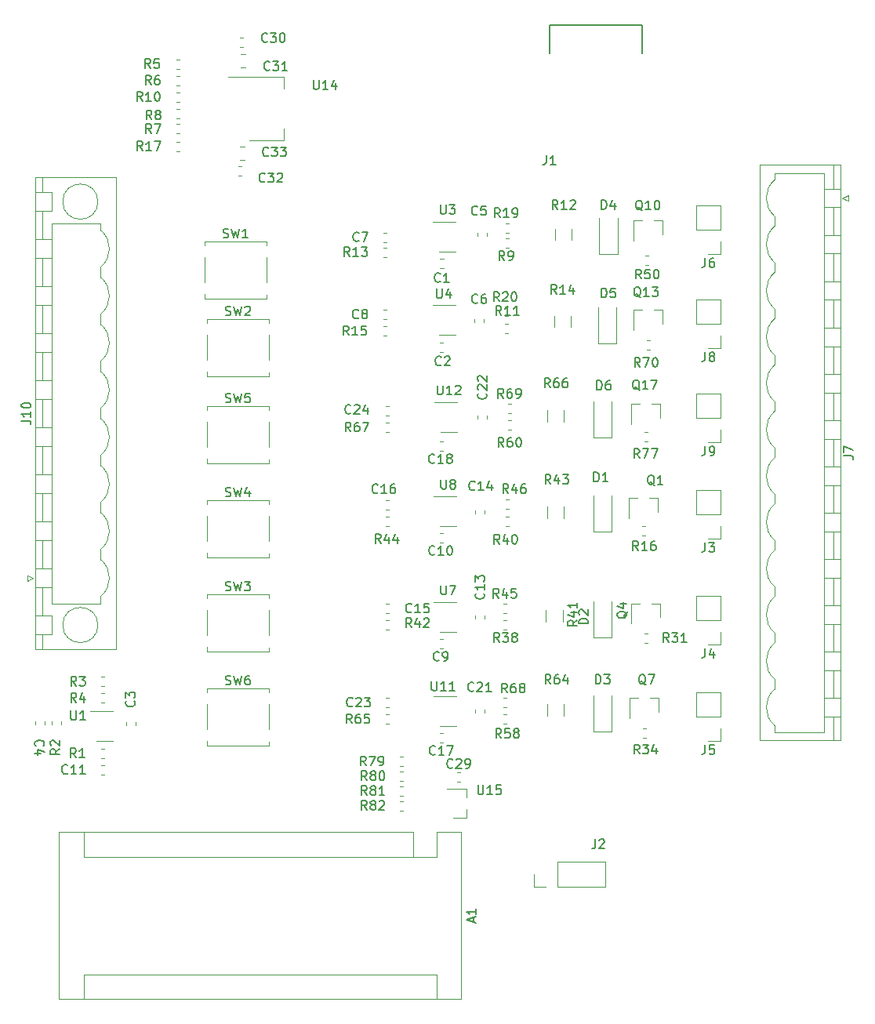
<source format=gbr>
G04 #@! TF.GenerationSoftware,KiCad,Pcbnew,(5.0.0)*
G04 #@! TF.CreationDate,2020-11-12T02:24:06-08:00*
G04 #@! TF.ProjectId,Valve_Driver_ArduinoNano,56616C76655F4472697665725F417264,rev?*
G04 #@! TF.SameCoordinates,Original*
G04 #@! TF.FileFunction,Legend,Top*
G04 #@! TF.FilePolarity,Positive*
%FSLAX46Y46*%
G04 Gerber Fmt 4.6, Leading zero omitted, Abs format (unit mm)*
G04 Created by KiCad (PCBNEW (5.0.0)) date 11/12/20 02:24:06*
%MOMM*%
%LPD*%
G01*
G04 APERTURE LIST*
%ADD10C,0.120000*%
%ADD11C,0.200000*%
%ADD12C,0.150000*%
G04 APERTURE END LIST*
D10*
G04 #@! TO.C,J10*
X35997821Y-97327159D02*
G75*
G02X35982000Y-101314000I-1665821J-1986841D01*
G01*
X35997821Y-92247159D02*
G75*
G02X35982000Y-96234000I-1665821J-1986841D01*
G01*
X35997821Y-87167159D02*
G75*
G02X35982000Y-91154000I-1665821J-1986841D01*
G01*
X35997821Y-82087159D02*
G75*
G02X35982000Y-86074000I-1665821J-1986841D01*
G01*
X35997821Y-77007159D02*
G75*
G02X35982000Y-80994000I-1665821J-1986841D01*
G01*
X35997821Y-71927159D02*
G75*
G02X35982000Y-75914000I-1665821J-1986841D01*
G01*
X35997821Y-66847159D02*
G75*
G02X35982000Y-70834000I-1665821J-1986841D01*
G01*
X35997821Y-61767159D02*
G75*
G02X35982000Y-65754000I-1665821J-1986841D01*
G01*
X35682000Y-104394000D02*
G75*
G03X35682000Y-104394000I-1900000J0D01*
G01*
X35682000Y-58674000D02*
G75*
G03X35682000Y-58674000I-1900000J0D01*
G01*
X28902000Y-107014000D02*
X37662000Y-107014000D01*
X37662000Y-107014000D02*
X37662000Y-56054000D01*
X37662000Y-56054000D02*
X28902000Y-56054000D01*
X28902000Y-56054000D02*
X28902000Y-107014000D01*
X29682000Y-107014000D02*
X29682000Y-105474000D01*
X29682000Y-56054000D02*
X29682000Y-57594000D01*
X29682000Y-98314000D02*
X29682000Y-95234000D01*
X29682000Y-93234000D02*
X29682000Y-90154000D01*
X29682000Y-88154000D02*
X29682000Y-85074000D01*
X29682000Y-83074000D02*
X29682000Y-79994000D01*
X29682000Y-77994000D02*
X29682000Y-74914000D01*
X29682000Y-72914000D02*
X29682000Y-69834000D01*
X29682000Y-67834000D02*
X29682000Y-64754000D01*
X30682000Y-105394000D02*
X28902000Y-105394000D01*
X28902000Y-105394000D02*
X28902000Y-103394000D01*
X28902000Y-103394000D02*
X30682000Y-103394000D01*
X30682000Y-103394000D02*
X30682000Y-105394000D01*
X30682000Y-59674000D02*
X28902000Y-59674000D01*
X28902000Y-59674000D02*
X28902000Y-57674000D01*
X28902000Y-57674000D02*
X30682000Y-57674000D01*
X30682000Y-57674000D02*
X30682000Y-59674000D01*
X29682000Y-103394000D02*
X29682000Y-100314000D01*
X29682000Y-62754000D02*
X29682000Y-59674000D01*
X30682000Y-100314000D02*
X28902000Y-100314000D01*
X28902000Y-100314000D02*
X28902000Y-98314000D01*
X28902000Y-98314000D02*
X30682000Y-98314000D01*
X30682000Y-98314000D02*
X30682000Y-100314000D01*
X30682000Y-95234000D02*
X28902000Y-95234000D01*
X28902000Y-95234000D02*
X28902000Y-93234000D01*
X28902000Y-93234000D02*
X30682000Y-93234000D01*
X30682000Y-93234000D02*
X30682000Y-95234000D01*
X30682000Y-90154000D02*
X28902000Y-90154000D01*
X28902000Y-90154000D02*
X28902000Y-88154000D01*
X28902000Y-88154000D02*
X30682000Y-88154000D01*
X30682000Y-88154000D02*
X30682000Y-90154000D01*
X30682000Y-85074000D02*
X28902000Y-85074000D01*
X28902000Y-85074000D02*
X28902000Y-83074000D01*
X28902000Y-83074000D02*
X30682000Y-83074000D01*
X30682000Y-83074000D02*
X30682000Y-85074000D01*
X30682000Y-79994000D02*
X28902000Y-79994000D01*
X28902000Y-79994000D02*
X28902000Y-77994000D01*
X28902000Y-77994000D02*
X30682000Y-77994000D01*
X30682000Y-77994000D02*
X30682000Y-79994000D01*
X30682000Y-74914000D02*
X28902000Y-74914000D01*
X28902000Y-74914000D02*
X28902000Y-72914000D01*
X28902000Y-72914000D02*
X30682000Y-72914000D01*
X30682000Y-72914000D02*
X30682000Y-74914000D01*
X30682000Y-69834000D02*
X28902000Y-69834000D01*
X28902000Y-69834000D02*
X28902000Y-67834000D01*
X28902000Y-67834000D02*
X30682000Y-67834000D01*
X30682000Y-67834000D02*
X30682000Y-69834000D01*
X30682000Y-64754000D02*
X28902000Y-64754000D01*
X28902000Y-64754000D02*
X28902000Y-62754000D01*
X28902000Y-62754000D02*
X30682000Y-62754000D01*
X30682000Y-62754000D02*
X30682000Y-64754000D01*
X35982000Y-97314000D02*
X35982000Y-96234000D01*
X35982000Y-92234000D02*
X35982000Y-91154000D01*
X35982000Y-87154000D02*
X35982000Y-86074000D01*
X35982000Y-82074000D02*
X35982000Y-80994000D01*
X35982000Y-76994000D02*
X35982000Y-75914000D01*
X35982000Y-71914000D02*
X35982000Y-70834000D01*
X35982000Y-66834000D02*
X35982000Y-65754000D01*
X35982000Y-101314000D02*
X35982000Y-102054000D01*
X35982000Y-102054000D02*
X30682000Y-102054000D01*
X30682000Y-102054000D02*
X30682000Y-61014000D01*
X30682000Y-61014000D02*
X35982000Y-61014000D01*
X35982000Y-61014000D02*
X35982000Y-61754000D01*
X28102000Y-99014000D02*
X28702000Y-99314000D01*
X28702000Y-99314000D02*
X28102000Y-99614000D01*
X28102000Y-99614000D02*
X28102000Y-99014000D01*
G04 #@! TO.C,SW1*
X47196000Y-63390000D02*
X47196000Y-62940000D01*
X53896000Y-62940000D02*
X53896000Y-63390000D01*
X47196000Y-62940000D02*
X53896000Y-62940000D01*
X53896000Y-64690000D02*
X53896000Y-67390000D01*
X47196000Y-67390000D02*
X47196000Y-64690000D01*
X53896000Y-69140000D02*
X53896000Y-68740000D01*
X47196000Y-69140000D02*
X53896000Y-69140000D01*
X47196000Y-68690000D02*
X47196000Y-69140000D01*
G04 #@! TO.C,SW2*
X47450000Y-77072000D02*
X47450000Y-77522000D01*
X47450000Y-77522000D02*
X54150000Y-77522000D01*
X54150000Y-77522000D02*
X54150000Y-77122000D01*
X47450000Y-75772000D02*
X47450000Y-73072000D01*
X54150000Y-73072000D02*
X54150000Y-75772000D01*
X47450000Y-71322000D02*
X54150000Y-71322000D01*
X54150000Y-71322000D02*
X54150000Y-71772000D01*
X47450000Y-71772000D02*
X47450000Y-71322000D01*
G04 #@! TO.C,SW3*
X47450000Y-101490000D02*
X47450000Y-101040000D01*
X54150000Y-101040000D02*
X54150000Y-101490000D01*
X47450000Y-101040000D02*
X54150000Y-101040000D01*
X54150000Y-102790000D02*
X54150000Y-105490000D01*
X47450000Y-105490000D02*
X47450000Y-102790000D01*
X54150000Y-107240000D02*
X54150000Y-106840000D01*
X47450000Y-107240000D02*
X54150000Y-107240000D01*
X47450000Y-106790000D02*
X47450000Y-107240000D01*
G04 #@! TO.C,SW4*
X47450000Y-96630000D02*
X47450000Y-97080000D01*
X47450000Y-97080000D02*
X54150000Y-97080000D01*
X54150000Y-97080000D02*
X54150000Y-96680000D01*
X47450000Y-95330000D02*
X47450000Y-92630000D01*
X54150000Y-92630000D02*
X54150000Y-95330000D01*
X47450000Y-90880000D02*
X54150000Y-90880000D01*
X54150000Y-90880000D02*
X54150000Y-91330000D01*
X47450000Y-91330000D02*
X47450000Y-90880000D01*
G04 #@! TO.C,SW5*
X47450000Y-81170000D02*
X47450000Y-80720000D01*
X54150000Y-80720000D02*
X54150000Y-81170000D01*
X47450000Y-80720000D02*
X54150000Y-80720000D01*
X54150000Y-82470000D02*
X54150000Y-85170000D01*
X47450000Y-85170000D02*
X47450000Y-82470000D01*
X54150000Y-86920000D02*
X54150000Y-86520000D01*
X47450000Y-86920000D02*
X54150000Y-86920000D01*
X47450000Y-86470000D02*
X47450000Y-86920000D01*
G04 #@! TO.C,SW6*
X47450000Y-116950000D02*
X47450000Y-117400000D01*
X47450000Y-117400000D02*
X54150000Y-117400000D01*
X54150000Y-117400000D02*
X54150000Y-117000000D01*
X47450000Y-115650000D02*
X47450000Y-112950000D01*
X54150000Y-112950000D02*
X54150000Y-115650000D01*
X47450000Y-111200000D02*
X54150000Y-111200000D01*
X54150000Y-111200000D02*
X54150000Y-111650000D01*
X47450000Y-111650000D02*
X47450000Y-111200000D01*
G04 #@! TO.C,J7*
X108782179Y-60270841D02*
G75*
G02X108798000Y-56284000I1665821J1986841D01*
G01*
X108782179Y-65270841D02*
G75*
G02X108798000Y-61284000I1665821J1986841D01*
G01*
X108782179Y-70270841D02*
G75*
G02X108798000Y-66284000I1665821J1986841D01*
G01*
X108782179Y-75270841D02*
G75*
G02X108798000Y-71284000I1665821J1986841D01*
G01*
X108782179Y-80270841D02*
G75*
G02X108798000Y-76284000I1665821J1986841D01*
G01*
X108782179Y-85270841D02*
G75*
G02X108798000Y-81284000I1665821J1986841D01*
G01*
X108782179Y-90270841D02*
G75*
G02X108798000Y-86284000I1665821J1986841D01*
G01*
X108782179Y-95270841D02*
G75*
G02X108798000Y-91284000I1665821J1986841D01*
G01*
X108782179Y-100270841D02*
G75*
G02X108798000Y-96284000I1665821J1986841D01*
G01*
X108782179Y-105270841D02*
G75*
G02X108798000Y-101284000I1665821J1986841D01*
G01*
X108782179Y-110270841D02*
G75*
G02X108798000Y-106284000I1665821J1986841D01*
G01*
X108782179Y-115270841D02*
G75*
G02X108798000Y-111284000I1665821J1986841D01*
G01*
X115878000Y-54704000D02*
X107118000Y-54704000D01*
X107118000Y-54704000D02*
X107118000Y-116864000D01*
X107118000Y-116864000D02*
X115878000Y-116864000D01*
X115878000Y-116864000D02*
X115878000Y-54704000D01*
X115098000Y-54704000D02*
X115098000Y-57204000D01*
X115098000Y-116864000D02*
X115098000Y-114364000D01*
X115098000Y-59284000D02*
X115098000Y-62284000D01*
X115098000Y-64284000D02*
X115098000Y-67284000D01*
X115098000Y-69284000D02*
X115098000Y-72284000D01*
X115098000Y-74284000D02*
X115098000Y-77284000D01*
X115098000Y-79284000D02*
X115098000Y-82284000D01*
X115098000Y-84284000D02*
X115098000Y-87284000D01*
X115098000Y-89284000D02*
X115098000Y-92284000D01*
X115098000Y-94284000D02*
X115098000Y-97284000D01*
X115098000Y-99284000D02*
X115098000Y-102284000D01*
X115098000Y-104284000D02*
X115098000Y-107284000D01*
X115098000Y-109284000D02*
X115098000Y-112284000D01*
X114098000Y-57284000D02*
X115878000Y-57284000D01*
X115878000Y-57284000D02*
X115878000Y-59284000D01*
X115878000Y-59284000D02*
X114098000Y-59284000D01*
X114098000Y-59284000D02*
X114098000Y-57284000D01*
X114098000Y-62284000D02*
X115878000Y-62284000D01*
X115878000Y-62284000D02*
X115878000Y-64284000D01*
X115878000Y-64284000D02*
X114098000Y-64284000D01*
X114098000Y-64284000D02*
X114098000Y-62284000D01*
X114098000Y-67284000D02*
X115878000Y-67284000D01*
X115878000Y-67284000D02*
X115878000Y-69284000D01*
X115878000Y-69284000D02*
X114098000Y-69284000D01*
X114098000Y-69284000D02*
X114098000Y-67284000D01*
X114098000Y-72284000D02*
X115878000Y-72284000D01*
X115878000Y-72284000D02*
X115878000Y-74284000D01*
X115878000Y-74284000D02*
X114098000Y-74284000D01*
X114098000Y-74284000D02*
X114098000Y-72284000D01*
X114098000Y-77284000D02*
X115878000Y-77284000D01*
X115878000Y-77284000D02*
X115878000Y-79284000D01*
X115878000Y-79284000D02*
X114098000Y-79284000D01*
X114098000Y-79284000D02*
X114098000Y-77284000D01*
X114098000Y-82284000D02*
X115878000Y-82284000D01*
X115878000Y-82284000D02*
X115878000Y-84284000D01*
X115878000Y-84284000D02*
X114098000Y-84284000D01*
X114098000Y-84284000D02*
X114098000Y-82284000D01*
X114098000Y-87284000D02*
X115878000Y-87284000D01*
X115878000Y-87284000D02*
X115878000Y-89284000D01*
X115878000Y-89284000D02*
X114098000Y-89284000D01*
X114098000Y-89284000D02*
X114098000Y-87284000D01*
X114098000Y-92284000D02*
X115878000Y-92284000D01*
X115878000Y-92284000D02*
X115878000Y-94284000D01*
X115878000Y-94284000D02*
X114098000Y-94284000D01*
X114098000Y-94284000D02*
X114098000Y-92284000D01*
X114098000Y-97284000D02*
X115878000Y-97284000D01*
X115878000Y-97284000D02*
X115878000Y-99284000D01*
X115878000Y-99284000D02*
X114098000Y-99284000D01*
X114098000Y-99284000D02*
X114098000Y-97284000D01*
X114098000Y-102284000D02*
X115878000Y-102284000D01*
X115878000Y-102284000D02*
X115878000Y-104284000D01*
X115878000Y-104284000D02*
X114098000Y-104284000D01*
X114098000Y-104284000D02*
X114098000Y-102284000D01*
X114098000Y-107284000D02*
X115878000Y-107284000D01*
X115878000Y-107284000D02*
X115878000Y-109284000D01*
X115878000Y-109284000D02*
X114098000Y-109284000D01*
X114098000Y-109284000D02*
X114098000Y-107284000D01*
X114098000Y-112284000D02*
X115878000Y-112284000D01*
X115878000Y-112284000D02*
X115878000Y-114284000D01*
X115878000Y-114284000D02*
X114098000Y-114284000D01*
X114098000Y-114284000D02*
X114098000Y-112284000D01*
X108798000Y-60284000D02*
X108798000Y-61284000D01*
X108798000Y-65284000D02*
X108798000Y-66284000D01*
X108798000Y-70284000D02*
X108798000Y-71284000D01*
X108798000Y-75284000D02*
X108798000Y-76284000D01*
X108798000Y-80284000D02*
X108798000Y-81284000D01*
X108798000Y-85284000D02*
X108798000Y-86284000D01*
X108798000Y-90284000D02*
X108798000Y-91284000D01*
X108798000Y-95284000D02*
X108798000Y-96284000D01*
X108798000Y-100284000D02*
X108798000Y-101284000D01*
X108798000Y-105284000D02*
X108798000Y-106284000D01*
X108798000Y-110284000D02*
X108798000Y-111284000D01*
X108798000Y-56284000D02*
X108798000Y-55584000D01*
X108798000Y-55584000D02*
X114098000Y-55584000D01*
X114098000Y-55584000D02*
X114098000Y-115984000D01*
X114098000Y-115984000D02*
X108798000Y-115984000D01*
X108798000Y-115984000D02*
X108798000Y-115284000D01*
X116678000Y-58584000D02*
X116078000Y-58284000D01*
X116078000Y-58284000D02*
X116678000Y-57984000D01*
X116678000Y-57984000D02*
X116678000Y-58584000D01*
G04 #@! TO.C,J5*
X102930000Y-116900000D02*
X101600000Y-116900000D01*
X102930000Y-115570000D02*
X102930000Y-116900000D01*
X102930000Y-114300000D02*
X100270000Y-114300000D01*
X100270000Y-114300000D02*
X100270000Y-111700000D01*
X102930000Y-114300000D02*
X102930000Y-111700000D01*
X102930000Y-111700000D02*
X100270000Y-111700000D01*
G04 #@! TO.C,J3*
X102930000Y-89856000D02*
X100270000Y-89856000D01*
X102930000Y-92456000D02*
X102930000Y-89856000D01*
X100270000Y-92456000D02*
X100270000Y-89856000D01*
X102930000Y-92456000D02*
X100270000Y-92456000D01*
X102930000Y-93726000D02*
X102930000Y-95056000D01*
X102930000Y-95056000D02*
X101600000Y-95056000D01*
G04 #@! TO.C,J4*
X102930000Y-106486000D02*
X101600000Y-106486000D01*
X102930000Y-105156000D02*
X102930000Y-106486000D01*
X102930000Y-103886000D02*
X100270000Y-103886000D01*
X100270000Y-103886000D02*
X100270000Y-101286000D01*
X102930000Y-103886000D02*
X102930000Y-101286000D01*
X102930000Y-101286000D02*
X100270000Y-101286000D01*
G04 #@! TO.C,J9*
X102930000Y-79442000D02*
X100270000Y-79442000D01*
X102930000Y-82042000D02*
X102930000Y-79442000D01*
X100270000Y-82042000D02*
X100270000Y-79442000D01*
X102930000Y-82042000D02*
X100270000Y-82042000D01*
X102930000Y-83312000D02*
X102930000Y-84642000D01*
X102930000Y-84642000D02*
X101600000Y-84642000D01*
G04 #@! TO.C,J8*
X102930000Y-74482000D02*
X101600000Y-74482000D01*
X102930000Y-73152000D02*
X102930000Y-74482000D01*
X102930000Y-71882000D02*
X100270000Y-71882000D01*
X100270000Y-71882000D02*
X100270000Y-69282000D01*
X102930000Y-71882000D02*
X102930000Y-69282000D01*
X102930000Y-69282000D02*
X100270000Y-69282000D01*
G04 #@! TO.C,J6*
X102930000Y-59122000D02*
X100270000Y-59122000D01*
X102930000Y-61722000D02*
X102930000Y-59122000D01*
X100270000Y-61722000D02*
X100270000Y-59122000D01*
X102930000Y-61722000D02*
X100270000Y-61722000D01*
X102930000Y-62992000D02*
X102930000Y-64322000D01*
X102930000Y-64322000D02*
X101600000Y-64322000D01*
G04 #@! TO.C,D4*
X89805000Y-64352000D02*
X89805000Y-60452000D01*
X91805000Y-64352000D02*
X91805000Y-60452000D01*
X89805000Y-64352000D02*
X91805000Y-64352000D01*
G04 #@! TO.C,D5*
X89678000Y-74006000D02*
X91678000Y-74006000D01*
X91678000Y-74006000D02*
X91678000Y-70106000D01*
X89678000Y-74006000D02*
X89678000Y-70106000D01*
G04 #@! TO.C,D6*
X89170000Y-84166000D02*
X89170000Y-80266000D01*
X91170000Y-84166000D02*
X91170000Y-80266000D01*
X89170000Y-84166000D02*
X91170000Y-84166000D01*
G04 #@! TO.C,D3*
X89170000Y-115916000D02*
X91170000Y-115916000D01*
X91170000Y-115916000D02*
X91170000Y-112016000D01*
X89170000Y-115916000D02*
X89170000Y-112016000D01*
G04 #@! TO.C,D2*
X89170000Y-105756000D02*
X89170000Y-101856000D01*
X91170000Y-105756000D02*
X91170000Y-101856000D01*
X89170000Y-105756000D02*
X91170000Y-105756000D01*
G04 #@! TO.C,D1*
X89170000Y-94326000D02*
X91170000Y-94326000D01*
X91170000Y-94326000D02*
X91170000Y-90426000D01*
X89170000Y-94326000D02*
X89170000Y-90426000D01*
G04 #@! TO.C,U1*
X35496588Y-116876874D02*
X37296588Y-116876874D01*
X37296588Y-113656874D02*
X34846588Y-113656874D01*
D11*
G04 #@! TO.C,J1*
X84441000Y-39628000D02*
X94441000Y-39628000D01*
X84441000Y-42628000D02*
X84441000Y-39628000D01*
X94441000Y-39628000D02*
X94441000Y-42628000D01*
D10*
G04 #@! TO.C,Q13*
X96642000Y-70376000D02*
X96642000Y-71836000D01*
X93482000Y-70376000D02*
X93482000Y-72536000D01*
X93482000Y-70376000D02*
X94412000Y-70376000D01*
X96642000Y-70376000D02*
X95712000Y-70376000D01*
G04 #@! TO.C,U4*
X74336000Y-69825000D02*
X71886000Y-69825000D01*
X72536000Y-73045000D02*
X74336000Y-73045000D01*
G04 #@! TO.C,R14*
X84942000Y-72193564D02*
X84942000Y-70989436D01*
X86762000Y-72193564D02*
X86762000Y-70989436D01*
G04 #@! TO.C,R20*
X79941267Y-69975000D02*
X79598733Y-69975000D01*
X79941267Y-70995000D02*
X79598733Y-70995000D01*
G04 #@! TO.C,C2*
X72613733Y-74932000D02*
X72956267Y-74932000D01*
X72613733Y-73912000D02*
X72956267Y-73912000D01*
G04 #@! TO.C,C4*
X29964588Y-115104141D02*
X29964588Y-114761607D01*
X28944588Y-115104141D02*
X28944588Y-114761607D01*
G04 #@! TO.C,C6*
X77345000Y-71686267D02*
X77345000Y-71343733D01*
X76325000Y-71686267D02*
X76325000Y-71343733D01*
G04 #@! TO.C,C8*
X66489733Y-71376000D02*
X66832267Y-71376000D01*
X66489733Y-70356000D02*
X66832267Y-70356000D01*
G04 #@! TO.C,R11*
X79941267Y-71880000D02*
X79598733Y-71880000D01*
X79941267Y-72900000D02*
X79598733Y-72900000D01*
G04 #@! TO.C,R15*
X66517733Y-73154000D02*
X66860267Y-73154000D01*
X66517733Y-72134000D02*
X66860267Y-72134000D01*
G04 #@! TO.C,R4*
X36342855Y-111769874D02*
X36000321Y-111769874D01*
X36342855Y-112789874D02*
X36000321Y-112789874D01*
G04 #@! TO.C,R2*
X30722588Y-114789607D02*
X30722588Y-115132141D01*
X31742588Y-114789607D02*
X31742588Y-115132141D01*
G04 #@! TO.C,R10*
X44137733Y-47881000D02*
X44480267Y-47881000D01*
X44137733Y-46861000D02*
X44480267Y-46861000D01*
G04 #@! TO.C,C30*
X51027733Y-40937000D02*
X51370267Y-40937000D01*
X51027733Y-41957000D02*
X51370267Y-41957000D01*
G04 #@! TO.C,R41*
X84053000Y-104016564D02*
X84053000Y-102812436D01*
X85873000Y-104016564D02*
X85873000Y-102812436D01*
G04 #@! TO.C,R64*
X86000000Y-114176564D02*
X86000000Y-112972436D01*
X84180000Y-114176564D02*
X84180000Y-112972436D01*
G04 #@! TO.C,R12*
X85036000Y-62816564D02*
X85036000Y-61612436D01*
X86856000Y-62816564D02*
X86856000Y-61612436D01*
G04 #@! TO.C,R66*
X86000000Y-82426564D02*
X86000000Y-81222436D01*
X84180000Y-82426564D02*
X84180000Y-81222436D01*
G04 #@! TO.C,R43*
X84180000Y-92840564D02*
X84180000Y-91636436D01*
X86000000Y-92840564D02*
X86000000Y-91636436D01*
G04 #@! TO.C,U7*
X74386000Y-101956000D02*
X71936000Y-101956000D01*
X72586000Y-105176000D02*
X74386000Y-105176000D01*
G04 #@! TO.C,U3*
X72536000Y-64075000D02*
X74336000Y-64075000D01*
X74336000Y-60855000D02*
X71886000Y-60855000D01*
G04 #@! TO.C,U8*
X72586000Y-93751000D02*
X74386000Y-93751000D01*
X74386000Y-90531000D02*
X71936000Y-90531000D01*
G04 #@! TO.C,U11*
X74386000Y-112116000D02*
X71936000Y-112116000D01*
X72586000Y-115336000D02*
X74386000Y-115336000D01*
G04 #@! TO.C,U12*
X72680000Y-83586000D02*
X74480000Y-83586000D01*
X74480000Y-80366000D02*
X72030000Y-80366000D01*
G04 #@! TO.C,C32*
X50882733Y-54862000D02*
X51225267Y-54862000D01*
X50882733Y-55882000D02*
X51225267Y-55882000D01*
G04 #@! TO.C,C31*
X51087748Y-44157000D02*
X51610252Y-44157000D01*
X51087748Y-42737000D02*
X51610252Y-42737000D01*
G04 #@! TO.C,C33*
X51037748Y-52757000D02*
X51560252Y-52757000D01*
X51037748Y-54177000D02*
X51560252Y-54177000D01*
G04 #@! TO.C,U14*
X55784000Y-52057000D02*
X55784000Y-50797000D01*
X55784000Y-45237000D02*
X55784000Y-46497000D01*
X52024000Y-52057000D02*
X55784000Y-52057000D01*
X49774000Y-45237000D02*
X55784000Y-45237000D01*
G04 #@! TO.C,U15*
X75519000Y-125209000D02*
X75519000Y-124279000D01*
X75519000Y-122049000D02*
X75519000Y-122979000D01*
X75519000Y-122049000D02*
X73359000Y-122049000D01*
X75519000Y-125209000D02*
X74059000Y-125209000D01*
G04 #@! TO.C,R42*
X66771733Y-104904000D02*
X67114267Y-104904000D01*
X66771733Y-103884000D02*
X67114267Y-103884000D01*
G04 #@! TO.C,R50*
X94824733Y-65534000D02*
X95167267Y-65534000D01*
X94824733Y-64514000D02*
X95167267Y-64514000D01*
G04 #@! TO.C,R77*
X94683733Y-84584000D02*
X95026267Y-84584000D01*
X94683733Y-83564000D02*
X95026267Y-83564000D01*
G04 #@! TO.C,R70*
X94937733Y-74678000D02*
X95280267Y-74678000D01*
X94937733Y-73658000D02*
X95280267Y-73658000D01*
G04 #@! TO.C,R19*
X80042267Y-61017000D02*
X79699733Y-61017000D01*
X80042267Y-62037000D02*
X79699733Y-62037000D01*
G04 #@! TO.C,R40*
X80068267Y-92708000D02*
X79725733Y-92708000D01*
X80068267Y-93728000D02*
X79725733Y-93728000D01*
G04 #@! TO.C,R38*
X79786267Y-103884000D02*
X79443733Y-103884000D01*
X79786267Y-104904000D02*
X79443733Y-104904000D01*
G04 #@! TO.C,C7*
X66529733Y-63037000D02*
X66872267Y-63037000D01*
X66529733Y-62017000D02*
X66872267Y-62017000D01*
G04 #@! TO.C,C5*
X77656000Y-62423267D02*
X77656000Y-62080733D01*
X76636000Y-62423267D02*
X76636000Y-62080733D01*
G04 #@! TO.C,C3*
X38723588Y-114916607D02*
X38723588Y-115259141D01*
X39743588Y-114916607D02*
X39743588Y-115259141D01*
G04 #@! TO.C,C1*
X72649733Y-65837000D02*
X72992267Y-65837000D01*
X72649733Y-64817000D02*
X72992267Y-64817000D01*
G04 #@! TO.C,C21*
X77472000Y-113850267D02*
X77472000Y-113507733D01*
X76452000Y-113850267D02*
X76452000Y-113507733D01*
G04 #@! TO.C,C22*
X77726000Y-82100267D02*
X77726000Y-81757733D01*
X76706000Y-82100267D02*
X76706000Y-81757733D01*
G04 #@! TO.C,C23*
X66771733Y-113286000D02*
X67114267Y-113286000D01*
X66771733Y-112266000D02*
X67114267Y-112266000D01*
G04 #@! TO.C,C24*
X66771733Y-81790000D02*
X67114267Y-81790000D01*
X66771733Y-80770000D02*
X67114267Y-80770000D01*
G04 #@! TO.C,C29*
X74462733Y-121339000D02*
X74805267Y-121339000D01*
X74462733Y-120319000D02*
X74805267Y-120319000D01*
G04 #@! TO.C,C17*
X72585733Y-117096000D02*
X72928267Y-117096000D01*
X72585733Y-116076000D02*
X72928267Y-116076000D01*
G04 #@! TO.C,C16*
X66771733Y-91950000D02*
X67114267Y-91950000D01*
X66771733Y-90930000D02*
X67114267Y-90930000D01*
G04 #@! TO.C,C15*
X66771733Y-103126000D02*
X67114267Y-103126000D01*
X66771733Y-102106000D02*
X67114267Y-102106000D01*
G04 #@! TO.C,C14*
X77472000Y-92387267D02*
X77472000Y-92044733D01*
X76452000Y-92387267D02*
X76452000Y-92044733D01*
G04 #@! TO.C,C13*
X77472000Y-103690267D02*
X77472000Y-103347733D01*
X76452000Y-103690267D02*
X76452000Y-103347733D01*
G04 #@! TO.C,C18*
X72613733Y-85600000D02*
X72956267Y-85600000D01*
X72613733Y-84580000D02*
X72956267Y-84580000D01*
G04 #@! TO.C,C11*
X36000321Y-120536874D02*
X36342855Y-120536874D01*
X36000321Y-119516874D02*
X36342855Y-119516874D01*
G04 #@! TO.C,C10*
X72585733Y-95506000D02*
X72928267Y-95506000D01*
X72585733Y-94486000D02*
X72928267Y-94486000D01*
G04 #@! TO.C,C9*
X72585733Y-106936000D02*
X72928267Y-106936000D01*
X72585733Y-105916000D02*
X72928267Y-105916000D01*
G04 #@! TO.C,J2*
X82744000Y-132648000D02*
X82744000Y-131318000D01*
X84074000Y-132648000D02*
X82744000Y-132648000D01*
X85344000Y-132648000D02*
X85344000Y-129988000D01*
X85344000Y-129988000D02*
X90484000Y-129988000D01*
X85344000Y-132648000D02*
X90484000Y-132648000D01*
X90484000Y-132648000D02*
X90484000Y-129988000D01*
G04 #@! TO.C,Q7*
X96256000Y-112286000D02*
X96256000Y-113746000D01*
X93096000Y-112286000D02*
X93096000Y-114446000D01*
X93096000Y-112286000D02*
X94026000Y-112286000D01*
X96256000Y-112286000D02*
X95326000Y-112286000D01*
G04 #@! TO.C,Q10*
X96642000Y-60724000D02*
X96642000Y-62184000D01*
X93482000Y-60724000D02*
X93482000Y-62884000D01*
X93482000Y-60724000D02*
X94412000Y-60724000D01*
X96642000Y-60724000D02*
X95712000Y-60724000D01*
G04 #@! TO.C,Q17*
X96388000Y-80536000D02*
X96388000Y-81996000D01*
X93228000Y-80536000D02*
X93228000Y-82696000D01*
X93228000Y-80536000D02*
X94158000Y-80536000D01*
X96388000Y-80536000D02*
X95458000Y-80536000D01*
G04 #@! TO.C,Q1*
X96134000Y-90696000D02*
X96134000Y-92156000D01*
X92974000Y-90696000D02*
X92974000Y-92856000D01*
X92974000Y-90696000D02*
X93904000Y-90696000D01*
X96134000Y-90696000D02*
X95204000Y-90696000D01*
G04 #@! TO.C,Q4*
X96388000Y-102060000D02*
X96388000Y-103520000D01*
X93228000Y-102060000D02*
X93228000Y-104220000D01*
X93228000Y-102060000D02*
X94158000Y-102060000D01*
X96388000Y-102060000D02*
X95458000Y-102060000D01*
G04 #@! TO.C,R34*
X94570733Y-116588000D02*
X94913267Y-116588000D01*
X94570733Y-115568000D02*
X94913267Y-115568000D01*
G04 #@! TO.C,R44*
X66771733Y-93728000D02*
X67114267Y-93728000D01*
X66771733Y-92708000D02*
X67114267Y-92708000D01*
G04 #@! TO.C,R45*
X79786267Y-102106000D02*
X79443733Y-102106000D01*
X79786267Y-103126000D02*
X79443733Y-103126000D01*
G04 #@! TO.C,R46*
X80068267Y-90803000D02*
X79725733Y-90803000D01*
X80068267Y-91823000D02*
X79725733Y-91823000D01*
G04 #@! TO.C,R58*
X79786267Y-114044000D02*
X79443733Y-114044000D01*
X79786267Y-115064000D02*
X79443733Y-115064000D01*
G04 #@! TO.C,R81*
X68324733Y-122821000D02*
X68667267Y-122821000D01*
X68324733Y-121801000D02*
X68667267Y-121801000D01*
G04 #@! TO.C,R60*
X80294267Y-82294000D02*
X79951733Y-82294000D01*
X80294267Y-83314000D02*
X79951733Y-83314000D01*
G04 #@! TO.C,R67*
X66771733Y-83568000D02*
X67114267Y-83568000D01*
X66771733Y-82548000D02*
X67114267Y-82548000D01*
G04 #@! TO.C,R68*
X79814267Y-112266000D02*
X79471733Y-112266000D01*
X79814267Y-113286000D02*
X79471733Y-113286000D01*
G04 #@! TO.C,R69*
X80294267Y-80516000D02*
X79951733Y-80516000D01*
X80294267Y-81536000D02*
X79951733Y-81536000D01*
G04 #@! TO.C,R80*
X68324733Y-121221000D02*
X68667267Y-121221000D01*
X68324733Y-120201000D02*
X68667267Y-120201000D01*
G04 #@! TO.C,R79*
X68324733Y-119621000D02*
X68667267Y-119621000D01*
X68324733Y-118601000D02*
X68667267Y-118601000D01*
G04 #@! TO.C,R65*
X66771733Y-115064000D02*
X67114267Y-115064000D01*
X66771733Y-114044000D02*
X67114267Y-114044000D01*
G04 #@! TO.C,R13*
X66529733Y-64637000D02*
X66872267Y-64637000D01*
X66529733Y-63617000D02*
X66872267Y-63617000D01*
G04 #@! TO.C,R8*
X44165733Y-49659000D02*
X44508267Y-49659000D01*
X44165733Y-48639000D02*
X44508267Y-48639000D01*
G04 #@! TO.C,R9*
X80042267Y-62617000D02*
X79699733Y-62617000D01*
X80042267Y-63637000D02*
X79699733Y-63637000D01*
G04 #@! TO.C,R7*
X44137733Y-51310000D02*
X44480267Y-51310000D01*
X44137733Y-50290000D02*
X44480267Y-50290000D01*
G04 #@! TO.C,R6*
X44137733Y-46103000D02*
X44480267Y-46103000D01*
X44137733Y-45083000D02*
X44480267Y-45083000D01*
G04 #@! TO.C,R5*
X44165733Y-44325000D02*
X44508267Y-44325000D01*
X44165733Y-43305000D02*
X44508267Y-43305000D01*
G04 #@! TO.C,R3*
X36342855Y-109991874D02*
X36000321Y-109991874D01*
X36342855Y-111011874D02*
X36000321Y-111011874D01*
G04 #@! TO.C,R31*
X94683733Y-106301000D02*
X95026267Y-106301000D01*
X94683733Y-105281000D02*
X95026267Y-105281000D01*
G04 #@! TO.C,R1*
X36028321Y-118758874D02*
X36370855Y-118758874D01*
X36028321Y-117738874D02*
X36370855Y-117738874D01*
G04 #@! TO.C,R17*
X44165733Y-53215000D02*
X44508267Y-53215000D01*
X44165733Y-52195000D02*
X44508267Y-52195000D01*
G04 #@! TO.C,R16*
X94429733Y-94744000D02*
X94772267Y-94744000D01*
X94429733Y-93724000D02*
X94772267Y-93724000D01*
G04 #@! TO.C,R82*
X68667267Y-123401000D02*
X68324733Y-123401000D01*
X68667267Y-124421000D02*
X68324733Y-124421000D01*
G04 #@! TO.C,A1*
X74933000Y-144783000D02*
X74933000Y-126743000D01*
X31493000Y-144783000D02*
X74933000Y-144783000D01*
X31493000Y-126743000D02*
X31493000Y-144783000D01*
X34163000Y-129413000D02*
X34163000Y-126743000D01*
X69723000Y-129413000D02*
X34163000Y-129413000D01*
X69723000Y-129413000D02*
X69723000Y-126743000D01*
X34163000Y-142113000D02*
X34163000Y-144783000D01*
X72263000Y-142113000D02*
X34163000Y-142113000D01*
X72263000Y-142113000D02*
X72263000Y-144783000D01*
X74933000Y-126743000D02*
X72263000Y-126743000D01*
X69723000Y-126743000D02*
X31493000Y-126743000D01*
X72263000Y-129413000D02*
X72263000Y-126743000D01*
X69723000Y-129413000D02*
X72263000Y-129413000D01*
G04 #@! TO.C,J10*
D12*
X27434380Y-82343523D02*
X28148666Y-82343523D01*
X28291523Y-82391142D01*
X28386761Y-82486380D01*
X28434380Y-82629238D01*
X28434380Y-82724476D01*
X28434380Y-81343523D02*
X28434380Y-81914952D01*
X28434380Y-81629238D02*
X27434380Y-81629238D01*
X27577238Y-81724476D01*
X27672476Y-81819714D01*
X27720095Y-81914952D01*
X27434380Y-80724476D02*
X27434380Y-80629238D01*
X27482000Y-80534000D01*
X27529619Y-80486380D01*
X27624857Y-80438761D01*
X27815333Y-80391142D01*
X28053428Y-80391142D01*
X28243904Y-80438761D01*
X28339142Y-80486380D01*
X28386761Y-80534000D01*
X28434380Y-80629238D01*
X28434380Y-80724476D01*
X28386761Y-80819714D01*
X28339142Y-80867333D01*
X28243904Y-80914952D01*
X28053428Y-80962571D01*
X27815333Y-80962571D01*
X27624857Y-80914952D01*
X27529619Y-80867333D01*
X27482000Y-80819714D01*
X27434380Y-80724476D01*
G04 #@! TO.C,SW1*
X49212666Y-62544761D02*
X49355523Y-62592380D01*
X49593619Y-62592380D01*
X49688857Y-62544761D01*
X49736476Y-62497142D01*
X49784095Y-62401904D01*
X49784095Y-62306666D01*
X49736476Y-62211428D01*
X49688857Y-62163809D01*
X49593619Y-62116190D01*
X49403142Y-62068571D01*
X49307904Y-62020952D01*
X49260285Y-61973333D01*
X49212666Y-61878095D01*
X49212666Y-61782857D01*
X49260285Y-61687619D01*
X49307904Y-61640000D01*
X49403142Y-61592380D01*
X49641238Y-61592380D01*
X49784095Y-61640000D01*
X50117428Y-61592380D02*
X50355523Y-62592380D01*
X50546000Y-61878095D01*
X50736476Y-62592380D01*
X50974571Y-61592380D01*
X51879333Y-62592380D02*
X51307904Y-62592380D01*
X51593619Y-62592380D02*
X51593619Y-61592380D01*
X51498380Y-61735238D01*
X51403142Y-61830476D01*
X51307904Y-61878095D01*
G04 #@! TO.C,SW2*
X49466666Y-70926761D02*
X49609523Y-70974380D01*
X49847619Y-70974380D01*
X49942857Y-70926761D01*
X49990476Y-70879142D01*
X50038095Y-70783904D01*
X50038095Y-70688666D01*
X49990476Y-70593428D01*
X49942857Y-70545809D01*
X49847619Y-70498190D01*
X49657142Y-70450571D01*
X49561904Y-70402952D01*
X49514285Y-70355333D01*
X49466666Y-70260095D01*
X49466666Y-70164857D01*
X49514285Y-70069619D01*
X49561904Y-70022000D01*
X49657142Y-69974380D01*
X49895238Y-69974380D01*
X50038095Y-70022000D01*
X50371428Y-69974380D02*
X50609523Y-70974380D01*
X50800000Y-70260095D01*
X50990476Y-70974380D01*
X51228571Y-69974380D01*
X51561904Y-70069619D02*
X51609523Y-70022000D01*
X51704761Y-69974380D01*
X51942857Y-69974380D01*
X52038095Y-70022000D01*
X52085714Y-70069619D01*
X52133333Y-70164857D01*
X52133333Y-70260095D01*
X52085714Y-70402952D01*
X51514285Y-70974380D01*
X52133333Y-70974380D01*
G04 #@! TO.C,SW3*
X49466666Y-100644761D02*
X49609523Y-100692380D01*
X49847619Y-100692380D01*
X49942857Y-100644761D01*
X49990476Y-100597142D01*
X50038095Y-100501904D01*
X50038095Y-100406666D01*
X49990476Y-100311428D01*
X49942857Y-100263809D01*
X49847619Y-100216190D01*
X49657142Y-100168571D01*
X49561904Y-100120952D01*
X49514285Y-100073333D01*
X49466666Y-99978095D01*
X49466666Y-99882857D01*
X49514285Y-99787619D01*
X49561904Y-99740000D01*
X49657142Y-99692380D01*
X49895238Y-99692380D01*
X50038095Y-99740000D01*
X50371428Y-99692380D02*
X50609523Y-100692380D01*
X50800000Y-99978095D01*
X50990476Y-100692380D01*
X51228571Y-99692380D01*
X51514285Y-99692380D02*
X52133333Y-99692380D01*
X51800000Y-100073333D01*
X51942857Y-100073333D01*
X52038095Y-100120952D01*
X52085714Y-100168571D01*
X52133333Y-100263809D01*
X52133333Y-100501904D01*
X52085714Y-100597142D01*
X52038095Y-100644761D01*
X51942857Y-100692380D01*
X51657142Y-100692380D01*
X51561904Y-100644761D01*
X51514285Y-100597142D01*
G04 #@! TO.C,SW4*
X49466666Y-90484761D02*
X49609523Y-90532380D01*
X49847619Y-90532380D01*
X49942857Y-90484761D01*
X49990476Y-90437142D01*
X50038095Y-90341904D01*
X50038095Y-90246666D01*
X49990476Y-90151428D01*
X49942857Y-90103809D01*
X49847619Y-90056190D01*
X49657142Y-90008571D01*
X49561904Y-89960952D01*
X49514285Y-89913333D01*
X49466666Y-89818095D01*
X49466666Y-89722857D01*
X49514285Y-89627619D01*
X49561904Y-89580000D01*
X49657142Y-89532380D01*
X49895238Y-89532380D01*
X50038095Y-89580000D01*
X50371428Y-89532380D02*
X50609523Y-90532380D01*
X50800000Y-89818095D01*
X50990476Y-90532380D01*
X51228571Y-89532380D01*
X52038095Y-89865714D02*
X52038095Y-90532380D01*
X51800000Y-89484761D02*
X51561904Y-90199047D01*
X52180952Y-90199047D01*
G04 #@! TO.C,SW5*
X49466666Y-80324761D02*
X49609523Y-80372380D01*
X49847619Y-80372380D01*
X49942857Y-80324761D01*
X49990476Y-80277142D01*
X50038095Y-80181904D01*
X50038095Y-80086666D01*
X49990476Y-79991428D01*
X49942857Y-79943809D01*
X49847619Y-79896190D01*
X49657142Y-79848571D01*
X49561904Y-79800952D01*
X49514285Y-79753333D01*
X49466666Y-79658095D01*
X49466666Y-79562857D01*
X49514285Y-79467619D01*
X49561904Y-79420000D01*
X49657142Y-79372380D01*
X49895238Y-79372380D01*
X50038095Y-79420000D01*
X50371428Y-79372380D02*
X50609523Y-80372380D01*
X50800000Y-79658095D01*
X50990476Y-80372380D01*
X51228571Y-79372380D01*
X52085714Y-79372380D02*
X51609523Y-79372380D01*
X51561904Y-79848571D01*
X51609523Y-79800952D01*
X51704761Y-79753333D01*
X51942857Y-79753333D01*
X52038095Y-79800952D01*
X52085714Y-79848571D01*
X52133333Y-79943809D01*
X52133333Y-80181904D01*
X52085714Y-80277142D01*
X52038095Y-80324761D01*
X51942857Y-80372380D01*
X51704761Y-80372380D01*
X51609523Y-80324761D01*
X51561904Y-80277142D01*
G04 #@! TO.C,SW6*
X49466666Y-110804761D02*
X49609523Y-110852380D01*
X49847619Y-110852380D01*
X49942857Y-110804761D01*
X49990476Y-110757142D01*
X50038095Y-110661904D01*
X50038095Y-110566666D01*
X49990476Y-110471428D01*
X49942857Y-110423809D01*
X49847619Y-110376190D01*
X49657142Y-110328571D01*
X49561904Y-110280952D01*
X49514285Y-110233333D01*
X49466666Y-110138095D01*
X49466666Y-110042857D01*
X49514285Y-109947619D01*
X49561904Y-109900000D01*
X49657142Y-109852380D01*
X49895238Y-109852380D01*
X50038095Y-109900000D01*
X50371428Y-109852380D02*
X50609523Y-110852380D01*
X50800000Y-110138095D01*
X50990476Y-110852380D01*
X51228571Y-109852380D01*
X52038095Y-109852380D02*
X51847619Y-109852380D01*
X51752380Y-109900000D01*
X51704761Y-109947619D01*
X51609523Y-110090476D01*
X51561904Y-110280952D01*
X51561904Y-110661904D01*
X51609523Y-110757142D01*
X51657142Y-110804761D01*
X51752380Y-110852380D01*
X51942857Y-110852380D01*
X52038095Y-110804761D01*
X52085714Y-110757142D01*
X52133333Y-110661904D01*
X52133333Y-110423809D01*
X52085714Y-110328571D01*
X52038095Y-110280952D01*
X51942857Y-110233333D01*
X51752380Y-110233333D01*
X51657142Y-110280952D01*
X51609523Y-110328571D01*
X51561904Y-110423809D01*
G04 #@! TO.C,J7*
X116250380Y-86117333D02*
X116964666Y-86117333D01*
X117107523Y-86164952D01*
X117202761Y-86260190D01*
X117250380Y-86403047D01*
X117250380Y-86498285D01*
X116250380Y-85736380D02*
X116250380Y-85069714D01*
X117250380Y-85498285D01*
G04 #@! TO.C,J5*
X101266666Y-117352380D02*
X101266666Y-118066666D01*
X101219047Y-118209523D01*
X101123809Y-118304761D01*
X100980952Y-118352380D01*
X100885714Y-118352380D01*
X102219047Y-117352380D02*
X101742857Y-117352380D01*
X101695238Y-117828571D01*
X101742857Y-117780952D01*
X101838095Y-117733333D01*
X102076190Y-117733333D01*
X102171428Y-117780952D01*
X102219047Y-117828571D01*
X102266666Y-117923809D01*
X102266666Y-118161904D01*
X102219047Y-118257142D01*
X102171428Y-118304761D01*
X102076190Y-118352380D01*
X101838095Y-118352380D01*
X101742857Y-118304761D01*
X101695238Y-118257142D01*
G04 #@! TO.C,J3*
X101266666Y-95508380D02*
X101266666Y-96222666D01*
X101219047Y-96365523D01*
X101123809Y-96460761D01*
X100980952Y-96508380D01*
X100885714Y-96508380D01*
X101647619Y-95508380D02*
X102266666Y-95508380D01*
X101933333Y-95889333D01*
X102076190Y-95889333D01*
X102171428Y-95936952D01*
X102219047Y-95984571D01*
X102266666Y-96079809D01*
X102266666Y-96317904D01*
X102219047Y-96413142D01*
X102171428Y-96460761D01*
X102076190Y-96508380D01*
X101790476Y-96508380D01*
X101695238Y-96460761D01*
X101647619Y-96413142D01*
G04 #@! TO.C,J4*
X101266666Y-106938380D02*
X101266666Y-107652666D01*
X101219047Y-107795523D01*
X101123809Y-107890761D01*
X100980952Y-107938380D01*
X100885714Y-107938380D01*
X102171428Y-107271714D02*
X102171428Y-107938380D01*
X101933333Y-106890761D02*
X101695238Y-107605047D01*
X102314285Y-107605047D01*
G04 #@! TO.C,J9*
X101266666Y-85094380D02*
X101266666Y-85808666D01*
X101219047Y-85951523D01*
X101123809Y-86046761D01*
X100980952Y-86094380D01*
X100885714Y-86094380D01*
X101790476Y-86094380D02*
X101980952Y-86094380D01*
X102076190Y-86046761D01*
X102123809Y-85999142D01*
X102219047Y-85856285D01*
X102266666Y-85665809D01*
X102266666Y-85284857D01*
X102219047Y-85189619D01*
X102171428Y-85142000D01*
X102076190Y-85094380D01*
X101885714Y-85094380D01*
X101790476Y-85142000D01*
X101742857Y-85189619D01*
X101695238Y-85284857D01*
X101695238Y-85522952D01*
X101742857Y-85618190D01*
X101790476Y-85665809D01*
X101885714Y-85713428D01*
X102076190Y-85713428D01*
X102171428Y-85665809D01*
X102219047Y-85618190D01*
X102266666Y-85522952D01*
G04 #@! TO.C,J8*
X101266666Y-74934380D02*
X101266666Y-75648666D01*
X101219047Y-75791523D01*
X101123809Y-75886761D01*
X100980952Y-75934380D01*
X100885714Y-75934380D01*
X101885714Y-75362952D02*
X101790476Y-75315333D01*
X101742857Y-75267714D01*
X101695238Y-75172476D01*
X101695238Y-75124857D01*
X101742857Y-75029619D01*
X101790476Y-74982000D01*
X101885714Y-74934380D01*
X102076190Y-74934380D01*
X102171428Y-74982000D01*
X102219047Y-75029619D01*
X102266666Y-75124857D01*
X102266666Y-75172476D01*
X102219047Y-75267714D01*
X102171428Y-75315333D01*
X102076190Y-75362952D01*
X101885714Y-75362952D01*
X101790476Y-75410571D01*
X101742857Y-75458190D01*
X101695238Y-75553428D01*
X101695238Y-75743904D01*
X101742857Y-75839142D01*
X101790476Y-75886761D01*
X101885714Y-75934380D01*
X102076190Y-75934380D01*
X102171428Y-75886761D01*
X102219047Y-75839142D01*
X102266666Y-75743904D01*
X102266666Y-75553428D01*
X102219047Y-75458190D01*
X102171428Y-75410571D01*
X102076190Y-75362952D01*
G04 #@! TO.C,J6*
X101266666Y-64774380D02*
X101266666Y-65488666D01*
X101219047Y-65631523D01*
X101123809Y-65726761D01*
X100980952Y-65774380D01*
X100885714Y-65774380D01*
X102171428Y-64774380D02*
X101980952Y-64774380D01*
X101885714Y-64822000D01*
X101838095Y-64869619D01*
X101742857Y-65012476D01*
X101695238Y-65202952D01*
X101695238Y-65583904D01*
X101742857Y-65679142D01*
X101790476Y-65726761D01*
X101885714Y-65774380D01*
X102076190Y-65774380D01*
X102171428Y-65726761D01*
X102219047Y-65679142D01*
X102266666Y-65583904D01*
X102266666Y-65345809D01*
X102219047Y-65250571D01*
X102171428Y-65202952D01*
X102076190Y-65155333D01*
X101885714Y-65155333D01*
X101790476Y-65202952D01*
X101742857Y-65250571D01*
X101695238Y-65345809D01*
G04 #@! TO.C,D4*
X90066904Y-59507380D02*
X90066904Y-58507380D01*
X90305000Y-58507380D01*
X90447857Y-58555000D01*
X90543095Y-58650238D01*
X90590714Y-58745476D01*
X90638333Y-58935952D01*
X90638333Y-59078809D01*
X90590714Y-59269285D01*
X90543095Y-59364523D01*
X90447857Y-59459761D01*
X90305000Y-59507380D01*
X90066904Y-59507380D01*
X91495476Y-58840714D02*
X91495476Y-59507380D01*
X91257380Y-58459761D02*
X91019285Y-59174047D01*
X91638333Y-59174047D01*
G04 #@! TO.C,D5*
X90066904Y-69032380D02*
X90066904Y-68032380D01*
X90305000Y-68032380D01*
X90447857Y-68080000D01*
X90543095Y-68175238D01*
X90590714Y-68270476D01*
X90638333Y-68460952D01*
X90638333Y-68603809D01*
X90590714Y-68794285D01*
X90543095Y-68889523D01*
X90447857Y-68984761D01*
X90305000Y-69032380D01*
X90066904Y-69032380D01*
X91543095Y-68032380D02*
X91066904Y-68032380D01*
X91019285Y-68508571D01*
X91066904Y-68460952D01*
X91162142Y-68413333D01*
X91400238Y-68413333D01*
X91495476Y-68460952D01*
X91543095Y-68508571D01*
X91590714Y-68603809D01*
X91590714Y-68841904D01*
X91543095Y-68937142D01*
X91495476Y-68984761D01*
X91400238Y-69032380D01*
X91162142Y-69032380D01*
X91066904Y-68984761D01*
X91019285Y-68937142D01*
G04 #@! TO.C,D6*
X89558904Y-79001880D02*
X89558904Y-78001880D01*
X89797000Y-78001880D01*
X89939857Y-78049500D01*
X90035095Y-78144738D01*
X90082714Y-78239976D01*
X90130333Y-78430452D01*
X90130333Y-78573309D01*
X90082714Y-78763785D01*
X90035095Y-78859023D01*
X89939857Y-78954261D01*
X89797000Y-79001880D01*
X89558904Y-79001880D01*
X90987476Y-78001880D02*
X90797000Y-78001880D01*
X90701761Y-78049500D01*
X90654142Y-78097119D01*
X90558904Y-78239976D01*
X90511285Y-78430452D01*
X90511285Y-78811404D01*
X90558904Y-78906642D01*
X90606523Y-78954261D01*
X90701761Y-79001880D01*
X90892238Y-79001880D01*
X90987476Y-78954261D01*
X91035095Y-78906642D01*
X91082714Y-78811404D01*
X91082714Y-78573309D01*
X91035095Y-78478071D01*
X90987476Y-78430452D01*
X90892238Y-78382833D01*
X90701761Y-78382833D01*
X90606523Y-78430452D01*
X90558904Y-78478071D01*
X90511285Y-78573309D01*
G04 #@! TO.C,D3*
X89431904Y-110751880D02*
X89431904Y-109751880D01*
X89670000Y-109751880D01*
X89812857Y-109799500D01*
X89908095Y-109894738D01*
X89955714Y-109989976D01*
X90003333Y-110180452D01*
X90003333Y-110323309D01*
X89955714Y-110513785D01*
X89908095Y-110609023D01*
X89812857Y-110704261D01*
X89670000Y-110751880D01*
X89431904Y-110751880D01*
X90336666Y-109751880D02*
X90955714Y-109751880D01*
X90622380Y-110132833D01*
X90765238Y-110132833D01*
X90860476Y-110180452D01*
X90908095Y-110228071D01*
X90955714Y-110323309D01*
X90955714Y-110561404D01*
X90908095Y-110656642D01*
X90860476Y-110704261D01*
X90765238Y-110751880D01*
X90479523Y-110751880D01*
X90384285Y-110704261D01*
X90336666Y-110656642D01*
G04 #@! TO.C,D2*
X88622380Y-104244095D02*
X87622380Y-104244095D01*
X87622380Y-104006000D01*
X87670000Y-103863142D01*
X87765238Y-103767904D01*
X87860476Y-103720285D01*
X88050952Y-103672666D01*
X88193809Y-103672666D01*
X88384285Y-103720285D01*
X88479523Y-103767904D01*
X88574761Y-103863142D01*
X88622380Y-104006000D01*
X88622380Y-104244095D01*
X87717619Y-103291714D02*
X87670000Y-103244095D01*
X87622380Y-103148857D01*
X87622380Y-102910761D01*
X87670000Y-102815523D01*
X87717619Y-102767904D01*
X87812857Y-102720285D01*
X87908095Y-102720285D01*
X88050952Y-102767904D01*
X88622380Y-103339333D01*
X88622380Y-102720285D01*
G04 #@! TO.C,D1*
X89241404Y-88907880D02*
X89241404Y-87907880D01*
X89479500Y-87907880D01*
X89622357Y-87955500D01*
X89717595Y-88050738D01*
X89765214Y-88145976D01*
X89812833Y-88336452D01*
X89812833Y-88479309D01*
X89765214Y-88669785D01*
X89717595Y-88765023D01*
X89622357Y-88860261D01*
X89479500Y-88907880D01*
X89241404Y-88907880D01*
X90765214Y-88907880D02*
X90193785Y-88907880D01*
X90479500Y-88907880D02*
X90479500Y-87907880D01*
X90384261Y-88050738D01*
X90289023Y-88145976D01*
X90193785Y-88193595D01*
G04 #@! TO.C,U1*
X32756683Y-113637254D02*
X32756683Y-114446778D01*
X32804302Y-114542016D01*
X32851921Y-114589635D01*
X32947159Y-114637254D01*
X33137635Y-114637254D01*
X33232873Y-114589635D01*
X33280492Y-114542016D01*
X33328111Y-114446778D01*
X33328111Y-113637254D01*
X34328111Y-114637254D02*
X33756683Y-114637254D01*
X34042397Y-114637254D02*
X34042397Y-113637254D01*
X33947159Y-113780112D01*
X33851921Y-113875350D01*
X33756683Y-113922969D01*
G04 #@! TO.C,J1*
X84121519Y-53681139D02*
X84121519Y-54395740D01*
X84073879Y-54538660D01*
X83978599Y-54633940D01*
X83835679Y-54681580D01*
X83740399Y-54681580D01*
X85121960Y-54681580D02*
X84550280Y-54681580D01*
X84836120Y-54681580D02*
X84836120Y-53681139D01*
X84740840Y-53824059D01*
X84645560Y-53919339D01*
X84550280Y-53966979D01*
G04 #@! TO.C,Q13*
X94297571Y-69000619D02*
X94202333Y-68953000D01*
X94107095Y-68857761D01*
X93964238Y-68714904D01*
X93869000Y-68667285D01*
X93773761Y-68667285D01*
X93821380Y-68905380D02*
X93726142Y-68857761D01*
X93630904Y-68762523D01*
X93583285Y-68572047D01*
X93583285Y-68238714D01*
X93630904Y-68048238D01*
X93726142Y-67953000D01*
X93821380Y-67905380D01*
X94011857Y-67905380D01*
X94107095Y-67953000D01*
X94202333Y-68048238D01*
X94249952Y-68238714D01*
X94249952Y-68572047D01*
X94202333Y-68762523D01*
X94107095Y-68857761D01*
X94011857Y-68905380D01*
X93821380Y-68905380D01*
X95202333Y-68905380D02*
X94630904Y-68905380D01*
X94916619Y-68905380D02*
X94916619Y-67905380D01*
X94821380Y-68048238D01*
X94726142Y-68143476D01*
X94630904Y-68191095D01*
X95535666Y-67905380D02*
X96154714Y-67905380D01*
X95821380Y-68286333D01*
X95964238Y-68286333D01*
X96059476Y-68333952D01*
X96107095Y-68381571D01*
X96154714Y-68476809D01*
X96154714Y-68714904D01*
X96107095Y-68810142D01*
X96059476Y-68857761D01*
X95964238Y-68905380D01*
X95678523Y-68905380D01*
X95583285Y-68857761D01*
X95535666Y-68810142D01*
G04 #@! TO.C,U4*
X72263095Y-68097380D02*
X72263095Y-68906904D01*
X72310714Y-69002142D01*
X72358333Y-69049761D01*
X72453571Y-69097380D01*
X72644047Y-69097380D01*
X72739285Y-69049761D01*
X72786904Y-69002142D01*
X72834523Y-68906904D01*
X72834523Y-68097380D01*
X73739285Y-68430714D02*
X73739285Y-69097380D01*
X73501190Y-68049761D02*
X73263095Y-68764047D01*
X73882142Y-68764047D01*
G04 #@! TO.C,R14*
X85209142Y-68651380D02*
X84875809Y-68175190D01*
X84637714Y-68651380D02*
X84637714Y-67651380D01*
X85018666Y-67651380D01*
X85113904Y-67699000D01*
X85161523Y-67746619D01*
X85209142Y-67841857D01*
X85209142Y-67984714D01*
X85161523Y-68079952D01*
X85113904Y-68127571D01*
X85018666Y-68175190D01*
X84637714Y-68175190D01*
X86161523Y-68651380D02*
X85590095Y-68651380D01*
X85875809Y-68651380D02*
X85875809Y-67651380D01*
X85780571Y-67794238D01*
X85685333Y-67889476D01*
X85590095Y-67937095D01*
X87018666Y-67984714D02*
X87018666Y-68651380D01*
X86780571Y-67603761D02*
X86542476Y-68318047D01*
X87161523Y-68318047D01*
G04 #@! TO.C,R20*
X79002142Y-69437380D02*
X78668809Y-68961190D01*
X78430714Y-69437380D02*
X78430714Y-68437380D01*
X78811666Y-68437380D01*
X78906904Y-68485000D01*
X78954523Y-68532619D01*
X79002142Y-68627857D01*
X79002142Y-68770714D01*
X78954523Y-68865952D01*
X78906904Y-68913571D01*
X78811666Y-68961190D01*
X78430714Y-68961190D01*
X79383095Y-68532619D02*
X79430714Y-68485000D01*
X79525952Y-68437380D01*
X79764047Y-68437380D01*
X79859285Y-68485000D01*
X79906904Y-68532619D01*
X79954523Y-68627857D01*
X79954523Y-68723095D01*
X79906904Y-68865952D01*
X79335476Y-69437380D01*
X79954523Y-69437380D01*
X80573571Y-68437380D02*
X80668809Y-68437380D01*
X80764047Y-68485000D01*
X80811666Y-68532619D01*
X80859285Y-68627857D01*
X80906904Y-68818333D01*
X80906904Y-69056428D01*
X80859285Y-69246904D01*
X80811666Y-69342142D01*
X80764047Y-69389761D01*
X80668809Y-69437380D01*
X80573571Y-69437380D01*
X80478333Y-69389761D01*
X80430714Y-69342142D01*
X80383095Y-69246904D01*
X80335476Y-69056428D01*
X80335476Y-68818333D01*
X80383095Y-68627857D01*
X80430714Y-68532619D01*
X80478333Y-68485000D01*
X80573571Y-68437380D01*
G04 #@! TO.C,C2*
X72743333Y-76279142D02*
X72695714Y-76326761D01*
X72552857Y-76374380D01*
X72457619Y-76374380D01*
X72314761Y-76326761D01*
X72219523Y-76231523D01*
X72171904Y-76136285D01*
X72124285Y-75945809D01*
X72124285Y-75802952D01*
X72171904Y-75612476D01*
X72219523Y-75517238D01*
X72314761Y-75422000D01*
X72457619Y-75374380D01*
X72552857Y-75374380D01*
X72695714Y-75422000D01*
X72743333Y-75469619D01*
X73124285Y-75469619D02*
X73171904Y-75422000D01*
X73267142Y-75374380D01*
X73505238Y-75374380D01*
X73600476Y-75422000D01*
X73648095Y-75469619D01*
X73695714Y-75564857D01*
X73695714Y-75660095D01*
X73648095Y-75802952D01*
X73076666Y-76374380D01*
X73695714Y-76374380D01*
G04 #@! TO.C,C4*
X28970445Y-117447207D02*
X28922826Y-117399588D01*
X28875207Y-117256731D01*
X28875207Y-117161493D01*
X28922826Y-117018635D01*
X29018064Y-116923397D01*
X29113302Y-116875778D01*
X29303778Y-116828159D01*
X29446635Y-116828159D01*
X29637111Y-116875778D01*
X29732349Y-116923397D01*
X29827588Y-117018635D01*
X29875207Y-117161493D01*
X29875207Y-117256731D01*
X29827588Y-117399588D01*
X29779968Y-117447207D01*
X29541873Y-118304350D02*
X28875207Y-118304350D01*
X29922826Y-118066254D02*
X29208540Y-117828159D01*
X29208540Y-118447207D01*
G04 #@! TO.C,C6*
X76688333Y-69572142D02*
X76640714Y-69619761D01*
X76497857Y-69667380D01*
X76402619Y-69667380D01*
X76259761Y-69619761D01*
X76164523Y-69524523D01*
X76116904Y-69429285D01*
X76069285Y-69238809D01*
X76069285Y-69095952D01*
X76116904Y-68905476D01*
X76164523Y-68810238D01*
X76259761Y-68715000D01*
X76402619Y-68667380D01*
X76497857Y-68667380D01*
X76640714Y-68715000D01*
X76688333Y-68762619D01*
X77545476Y-68667380D02*
X77355000Y-68667380D01*
X77259761Y-68715000D01*
X77212142Y-68762619D01*
X77116904Y-68905476D01*
X77069285Y-69095952D01*
X77069285Y-69476904D01*
X77116904Y-69572142D01*
X77164523Y-69619761D01*
X77259761Y-69667380D01*
X77450238Y-69667380D01*
X77545476Y-69619761D01*
X77593095Y-69572142D01*
X77640714Y-69476904D01*
X77640714Y-69238809D01*
X77593095Y-69143571D01*
X77545476Y-69095952D01*
X77450238Y-69048333D01*
X77259761Y-69048333D01*
X77164523Y-69095952D01*
X77116904Y-69143571D01*
X77069285Y-69238809D01*
G04 #@! TO.C,C8*
X63819333Y-71223142D02*
X63771714Y-71270761D01*
X63628857Y-71318380D01*
X63533619Y-71318380D01*
X63390761Y-71270761D01*
X63295523Y-71175523D01*
X63247904Y-71080285D01*
X63200285Y-70889809D01*
X63200285Y-70746952D01*
X63247904Y-70556476D01*
X63295523Y-70461238D01*
X63390761Y-70366000D01*
X63533619Y-70318380D01*
X63628857Y-70318380D01*
X63771714Y-70366000D01*
X63819333Y-70413619D01*
X64390761Y-70746952D02*
X64295523Y-70699333D01*
X64247904Y-70651714D01*
X64200285Y-70556476D01*
X64200285Y-70508857D01*
X64247904Y-70413619D01*
X64295523Y-70366000D01*
X64390761Y-70318380D01*
X64581238Y-70318380D01*
X64676476Y-70366000D01*
X64724095Y-70413619D01*
X64771714Y-70508857D01*
X64771714Y-70556476D01*
X64724095Y-70651714D01*
X64676476Y-70699333D01*
X64581238Y-70746952D01*
X64390761Y-70746952D01*
X64295523Y-70794571D01*
X64247904Y-70842190D01*
X64200285Y-70937428D01*
X64200285Y-71127904D01*
X64247904Y-71223142D01*
X64295523Y-71270761D01*
X64390761Y-71318380D01*
X64581238Y-71318380D01*
X64676476Y-71270761D01*
X64724095Y-71223142D01*
X64771714Y-71127904D01*
X64771714Y-70937428D01*
X64724095Y-70842190D01*
X64676476Y-70794571D01*
X64581238Y-70746952D01*
G04 #@! TO.C,R11*
X79252142Y-70937380D02*
X78918809Y-70461190D01*
X78680714Y-70937380D02*
X78680714Y-69937380D01*
X79061666Y-69937380D01*
X79156904Y-69985000D01*
X79204523Y-70032619D01*
X79252142Y-70127857D01*
X79252142Y-70270714D01*
X79204523Y-70365952D01*
X79156904Y-70413571D01*
X79061666Y-70461190D01*
X78680714Y-70461190D01*
X80204523Y-70937380D02*
X79633095Y-70937380D01*
X79918809Y-70937380D02*
X79918809Y-69937380D01*
X79823571Y-70080238D01*
X79728333Y-70175476D01*
X79633095Y-70223095D01*
X81156904Y-70937380D02*
X80585476Y-70937380D01*
X80871190Y-70937380D02*
X80871190Y-69937380D01*
X80775952Y-70080238D01*
X80680714Y-70175476D01*
X80585476Y-70223095D01*
G04 #@! TO.C,R15*
X62771142Y-73096380D02*
X62437809Y-72620190D01*
X62199714Y-73096380D02*
X62199714Y-72096380D01*
X62580666Y-72096380D01*
X62675904Y-72144000D01*
X62723523Y-72191619D01*
X62771142Y-72286857D01*
X62771142Y-72429714D01*
X62723523Y-72524952D01*
X62675904Y-72572571D01*
X62580666Y-72620190D01*
X62199714Y-72620190D01*
X63723523Y-73096380D02*
X63152095Y-73096380D01*
X63437809Y-73096380D02*
X63437809Y-72096380D01*
X63342571Y-72239238D01*
X63247333Y-72334476D01*
X63152095Y-72382095D01*
X64628285Y-72096380D02*
X64152095Y-72096380D01*
X64104476Y-72572571D01*
X64152095Y-72524952D01*
X64247333Y-72477333D01*
X64485428Y-72477333D01*
X64580666Y-72524952D01*
X64628285Y-72572571D01*
X64675904Y-72667809D01*
X64675904Y-72905904D01*
X64628285Y-73001142D01*
X64580666Y-73048761D01*
X64485428Y-73096380D01*
X64247333Y-73096380D01*
X64152095Y-73048761D01*
X64104476Y-73001142D01*
G04 #@! TO.C,R4*
X33351921Y-112732254D02*
X33018588Y-112256064D01*
X32780492Y-112732254D02*
X32780492Y-111732254D01*
X33161445Y-111732254D01*
X33256683Y-111779874D01*
X33304302Y-111827493D01*
X33351921Y-111922731D01*
X33351921Y-112065588D01*
X33304302Y-112160826D01*
X33256683Y-112208445D01*
X33161445Y-112256064D01*
X32780492Y-112256064D01*
X34209064Y-112065588D02*
X34209064Y-112732254D01*
X33970968Y-111684635D02*
X33732873Y-112398921D01*
X34351921Y-112398921D01*
G04 #@! TO.C,R2*
X31557968Y-117780540D02*
X31081778Y-118113874D01*
X31557968Y-118351969D02*
X30557968Y-118351969D01*
X30557968Y-117971016D01*
X30605588Y-117875778D01*
X30653207Y-117828159D01*
X30748445Y-117780540D01*
X30891302Y-117780540D01*
X30986540Y-117828159D01*
X31034159Y-117875778D01*
X31081778Y-117971016D01*
X31081778Y-118351969D01*
X30653207Y-117399588D02*
X30605588Y-117351969D01*
X30557968Y-117256731D01*
X30557968Y-117018635D01*
X30605588Y-116923397D01*
X30653207Y-116875778D01*
X30748445Y-116828159D01*
X30843683Y-116828159D01*
X30986540Y-116875778D01*
X31557968Y-117447207D01*
X31557968Y-116828159D01*
G04 #@! TO.C,R10*
X40477142Y-47823380D02*
X40143809Y-47347190D01*
X39905714Y-47823380D02*
X39905714Y-46823380D01*
X40286666Y-46823380D01*
X40381904Y-46871000D01*
X40429523Y-46918619D01*
X40477142Y-47013857D01*
X40477142Y-47156714D01*
X40429523Y-47251952D01*
X40381904Y-47299571D01*
X40286666Y-47347190D01*
X39905714Y-47347190D01*
X41429523Y-47823380D02*
X40858095Y-47823380D01*
X41143809Y-47823380D02*
X41143809Y-46823380D01*
X41048571Y-46966238D01*
X40953333Y-47061476D01*
X40858095Y-47109095D01*
X42048571Y-46823380D02*
X42143809Y-46823380D01*
X42239047Y-46871000D01*
X42286666Y-46918619D01*
X42334285Y-47013857D01*
X42381904Y-47204333D01*
X42381904Y-47442428D01*
X42334285Y-47632904D01*
X42286666Y-47728142D01*
X42239047Y-47775761D01*
X42143809Y-47823380D01*
X42048571Y-47823380D01*
X41953333Y-47775761D01*
X41905714Y-47728142D01*
X41858095Y-47632904D01*
X41810476Y-47442428D01*
X41810476Y-47204333D01*
X41858095Y-47013857D01*
X41905714Y-46918619D01*
X41953333Y-46871000D01*
X42048571Y-46823380D01*
G04 #@! TO.C,C30*
X53967142Y-41378142D02*
X53919523Y-41425761D01*
X53776666Y-41473380D01*
X53681428Y-41473380D01*
X53538571Y-41425761D01*
X53443333Y-41330523D01*
X53395714Y-41235285D01*
X53348095Y-41044809D01*
X53348095Y-40901952D01*
X53395714Y-40711476D01*
X53443333Y-40616238D01*
X53538571Y-40521000D01*
X53681428Y-40473380D01*
X53776666Y-40473380D01*
X53919523Y-40521000D01*
X53967142Y-40568619D01*
X54300476Y-40473380D02*
X54919523Y-40473380D01*
X54586190Y-40854333D01*
X54729047Y-40854333D01*
X54824285Y-40901952D01*
X54871904Y-40949571D01*
X54919523Y-41044809D01*
X54919523Y-41282904D01*
X54871904Y-41378142D01*
X54824285Y-41425761D01*
X54729047Y-41473380D01*
X54443333Y-41473380D01*
X54348095Y-41425761D01*
X54300476Y-41378142D01*
X55538571Y-40473380D02*
X55633809Y-40473380D01*
X55729047Y-40521000D01*
X55776666Y-40568619D01*
X55824285Y-40663857D01*
X55871904Y-40854333D01*
X55871904Y-41092428D01*
X55824285Y-41282904D01*
X55776666Y-41378142D01*
X55729047Y-41425761D01*
X55633809Y-41473380D01*
X55538571Y-41473380D01*
X55443333Y-41425761D01*
X55395714Y-41378142D01*
X55348095Y-41282904D01*
X55300476Y-41092428D01*
X55300476Y-40854333D01*
X55348095Y-40663857D01*
X55395714Y-40568619D01*
X55443333Y-40521000D01*
X55538571Y-40473380D01*
G04 #@! TO.C,R41*
X87447380Y-103893857D02*
X86971190Y-104227190D01*
X87447380Y-104465285D02*
X86447380Y-104465285D01*
X86447380Y-104084333D01*
X86495000Y-103989095D01*
X86542619Y-103941476D01*
X86637857Y-103893857D01*
X86780714Y-103893857D01*
X86875952Y-103941476D01*
X86923571Y-103989095D01*
X86971190Y-104084333D01*
X86971190Y-104465285D01*
X86780714Y-103036714D02*
X87447380Y-103036714D01*
X86399761Y-103274809D02*
X87114047Y-103512904D01*
X87114047Y-102893857D01*
X87447380Y-101989095D02*
X87447380Y-102560523D01*
X87447380Y-102274809D02*
X86447380Y-102274809D01*
X86590238Y-102370047D01*
X86685476Y-102465285D01*
X86733095Y-102560523D01*
G04 #@! TO.C,R64*
X84574142Y-110751880D02*
X84240809Y-110275690D01*
X84002714Y-110751880D02*
X84002714Y-109751880D01*
X84383666Y-109751880D01*
X84478904Y-109799500D01*
X84526523Y-109847119D01*
X84574142Y-109942357D01*
X84574142Y-110085214D01*
X84526523Y-110180452D01*
X84478904Y-110228071D01*
X84383666Y-110275690D01*
X84002714Y-110275690D01*
X85431285Y-109751880D02*
X85240809Y-109751880D01*
X85145571Y-109799500D01*
X85097952Y-109847119D01*
X85002714Y-109989976D01*
X84955095Y-110180452D01*
X84955095Y-110561404D01*
X85002714Y-110656642D01*
X85050333Y-110704261D01*
X85145571Y-110751880D01*
X85336047Y-110751880D01*
X85431285Y-110704261D01*
X85478904Y-110656642D01*
X85526523Y-110561404D01*
X85526523Y-110323309D01*
X85478904Y-110228071D01*
X85431285Y-110180452D01*
X85336047Y-110132833D01*
X85145571Y-110132833D01*
X85050333Y-110180452D01*
X85002714Y-110228071D01*
X84955095Y-110323309D01*
X86383666Y-110085214D02*
X86383666Y-110751880D01*
X86145571Y-109704261D02*
X85907476Y-110418547D01*
X86526523Y-110418547D01*
G04 #@! TO.C,R12*
X85336142Y-59507380D02*
X85002809Y-59031190D01*
X84764714Y-59507380D02*
X84764714Y-58507380D01*
X85145666Y-58507380D01*
X85240904Y-58555000D01*
X85288523Y-58602619D01*
X85336142Y-58697857D01*
X85336142Y-58840714D01*
X85288523Y-58935952D01*
X85240904Y-58983571D01*
X85145666Y-59031190D01*
X84764714Y-59031190D01*
X86288523Y-59507380D02*
X85717095Y-59507380D01*
X86002809Y-59507380D02*
X86002809Y-58507380D01*
X85907571Y-58650238D01*
X85812333Y-58745476D01*
X85717095Y-58793095D01*
X86669476Y-58602619D02*
X86717095Y-58555000D01*
X86812333Y-58507380D01*
X87050428Y-58507380D01*
X87145666Y-58555000D01*
X87193285Y-58602619D01*
X87240904Y-58697857D01*
X87240904Y-58793095D01*
X87193285Y-58935952D01*
X86621857Y-59507380D01*
X87240904Y-59507380D01*
G04 #@! TO.C,R66*
X84510642Y-78747880D02*
X84177309Y-78271690D01*
X83939214Y-78747880D02*
X83939214Y-77747880D01*
X84320166Y-77747880D01*
X84415404Y-77795500D01*
X84463023Y-77843119D01*
X84510642Y-77938357D01*
X84510642Y-78081214D01*
X84463023Y-78176452D01*
X84415404Y-78224071D01*
X84320166Y-78271690D01*
X83939214Y-78271690D01*
X85367785Y-77747880D02*
X85177309Y-77747880D01*
X85082071Y-77795500D01*
X85034452Y-77843119D01*
X84939214Y-77985976D01*
X84891595Y-78176452D01*
X84891595Y-78557404D01*
X84939214Y-78652642D01*
X84986833Y-78700261D01*
X85082071Y-78747880D01*
X85272547Y-78747880D01*
X85367785Y-78700261D01*
X85415404Y-78652642D01*
X85463023Y-78557404D01*
X85463023Y-78319309D01*
X85415404Y-78224071D01*
X85367785Y-78176452D01*
X85272547Y-78128833D01*
X85082071Y-78128833D01*
X84986833Y-78176452D01*
X84939214Y-78224071D01*
X84891595Y-78319309D01*
X86320166Y-77747880D02*
X86129690Y-77747880D01*
X86034452Y-77795500D01*
X85986833Y-77843119D01*
X85891595Y-77985976D01*
X85843976Y-78176452D01*
X85843976Y-78557404D01*
X85891595Y-78652642D01*
X85939214Y-78700261D01*
X86034452Y-78747880D01*
X86224928Y-78747880D01*
X86320166Y-78700261D01*
X86367785Y-78652642D01*
X86415404Y-78557404D01*
X86415404Y-78319309D01*
X86367785Y-78224071D01*
X86320166Y-78176452D01*
X86224928Y-78128833D01*
X86034452Y-78128833D01*
X85939214Y-78176452D01*
X85891595Y-78224071D01*
X85843976Y-78319309D01*
G04 #@! TO.C,R43*
X84574142Y-89161880D02*
X84240809Y-88685690D01*
X84002714Y-89161880D02*
X84002714Y-88161880D01*
X84383666Y-88161880D01*
X84478904Y-88209500D01*
X84526523Y-88257119D01*
X84574142Y-88352357D01*
X84574142Y-88495214D01*
X84526523Y-88590452D01*
X84478904Y-88638071D01*
X84383666Y-88685690D01*
X84002714Y-88685690D01*
X85431285Y-88495214D02*
X85431285Y-89161880D01*
X85193190Y-88114261D02*
X84955095Y-88828547D01*
X85574142Y-88828547D01*
X85859857Y-88161880D02*
X86478904Y-88161880D01*
X86145571Y-88542833D01*
X86288428Y-88542833D01*
X86383666Y-88590452D01*
X86431285Y-88638071D01*
X86478904Y-88733309D01*
X86478904Y-88971404D01*
X86431285Y-89066642D01*
X86383666Y-89114261D01*
X86288428Y-89161880D01*
X86002714Y-89161880D01*
X85907476Y-89114261D01*
X85859857Y-89066642D01*
G04 #@! TO.C,U7*
X72724095Y-100118380D02*
X72724095Y-100927904D01*
X72771714Y-101023142D01*
X72819333Y-101070761D01*
X72914571Y-101118380D01*
X73105047Y-101118380D01*
X73200285Y-101070761D01*
X73247904Y-101023142D01*
X73295523Y-100927904D01*
X73295523Y-100118380D01*
X73676476Y-100118380D02*
X74343142Y-100118380D01*
X73914571Y-101118380D01*
G04 #@! TO.C,U3*
X72674095Y-59017380D02*
X72674095Y-59826904D01*
X72721714Y-59922142D01*
X72769333Y-59969761D01*
X72864571Y-60017380D01*
X73055047Y-60017380D01*
X73150285Y-59969761D01*
X73197904Y-59922142D01*
X73245523Y-59826904D01*
X73245523Y-59017380D01*
X73626476Y-59017380D02*
X74245523Y-59017380D01*
X73912190Y-59398333D01*
X74055047Y-59398333D01*
X74150285Y-59445952D01*
X74197904Y-59493571D01*
X74245523Y-59588809D01*
X74245523Y-59826904D01*
X74197904Y-59922142D01*
X74150285Y-59969761D01*
X74055047Y-60017380D01*
X73769333Y-60017380D01*
X73674095Y-59969761D01*
X73626476Y-59922142D01*
G04 #@! TO.C,U8*
X72724095Y-88693380D02*
X72724095Y-89502904D01*
X72771714Y-89598142D01*
X72819333Y-89645761D01*
X72914571Y-89693380D01*
X73105047Y-89693380D01*
X73200285Y-89645761D01*
X73247904Y-89598142D01*
X73295523Y-89502904D01*
X73295523Y-88693380D01*
X73914571Y-89121952D02*
X73819333Y-89074333D01*
X73771714Y-89026714D01*
X73724095Y-88931476D01*
X73724095Y-88883857D01*
X73771714Y-88788619D01*
X73819333Y-88741000D01*
X73914571Y-88693380D01*
X74105047Y-88693380D01*
X74200285Y-88741000D01*
X74247904Y-88788619D01*
X74295523Y-88883857D01*
X74295523Y-88931476D01*
X74247904Y-89026714D01*
X74200285Y-89074333D01*
X74105047Y-89121952D01*
X73914571Y-89121952D01*
X73819333Y-89169571D01*
X73771714Y-89217190D01*
X73724095Y-89312428D01*
X73724095Y-89502904D01*
X73771714Y-89598142D01*
X73819333Y-89645761D01*
X73914571Y-89693380D01*
X74105047Y-89693380D01*
X74200285Y-89645761D01*
X74247904Y-89598142D01*
X74295523Y-89502904D01*
X74295523Y-89312428D01*
X74247904Y-89217190D01*
X74200285Y-89169571D01*
X74105047Y-89121952D01*
G04 #@! TO.C,U11*
X71711904Y-110482380D02*
X71711904Y-111291904D01*
X71759523Y-111387142D01*
X71807142Y-111434761D01*
X71902380Y-111482380D01*
X72092857Y-111482380D01*
X72188095Y-111434761D01*
X72235714Y-111387142D01*
X72283333Y-111291904D01*
X72283333Y-110482380D01*
X73283333Y-111482380D02*
X72711904Y-111482380D01*
X72997619Y-111482380D02*
X72997619Y-110482380D01*
X72902380Y-110625238D01*
X72807142Y-110720476D01*
X72711904Y-110768095D01*
X74235714Y-111482380D02*
X73664285Y-111482380D01*
X73950000Y-111482380D02*
X73950000Y-110482380D01*
X73854761Y-110625238D01*
X73759523Y-110720476D01*
X73664285Y-110768095D01*
G04 #@! TO.C,U12*
X72341904Y-78528380D02*
X72341904Y-79337904D01*
X72389523Y-79433142D01*
X72437142Y-79480761D01*
X72532380Y-79528380D01*
X72722857Y-79528380D01*
X72818095Y-79480761D01*
X72865714Y-79433142D01*
X72913333Y-79337904D01*
X72913333Y-78528380D01*
X73913333Y-79528380D02*
X73341904Y-79528380D01*
X73627619Y-79528380D02*
X73627619Y-78528380D01*
X73532380Y-78671238D01*
X73437142Y-78766476D01*
X73341904Y-78814095D01*
X74294285Y-78623619D02*
X74341904Y-78576000D01*
X74437142Y-78528380D01*
X74675238Y-78528380D01*
X74770476Y-78576000D01*
X74818095Y-78623619D01*
X74865714Y-78718857D01*
X74865714Y-78814095D01*
X74818095Y-78956952D01*
X74246666Y-79528380D01*
X74865714Y-79528380D01*
G04 #@! TO.C,C32*
X53713142Y-56491142D02*
X53665523Y-56538761D01*
X53522666Y-56586380D01*
X53427428Y-56586380D01*
X53284571Y-56538761D01*
X53189333Y-56443523D01*
X53141714Y-56348285D01*
X53094095Y-56157809D01*
X53094095Y-56014952D01*
X53141714Y-55824476D01*
X53189333Y-55729238D01*
X53284571Y-55634000D01*
X53427428Y-55586380D01*
X53522666Y-55586380D01*
X53665523Y-55634000D01*
X53713142Y-55681619D01*
X54046476Y-55586380D02*
X54665523Y-55586380D01*
X54332190Y-55967333D01*
X54475047Y-55967333D01*
X54570285Y-56014952D01*
X54617904Y-56062571D01*
X54665523Y-56157809D01*
X54665523Y-56395904D01*
X54617904Y-56491142D01*
X54570285Y-56538761D01*
X54475047Y-56586380D01*
X54189333Y-56586380D01*
X54094095Y-56538761D01*
X54046476Y-56491142D01*
X55046476Y-55681619D02*
X55094095Y-55634000D01*
X55189333Y-55586380D01*
X55427428Y-55586380D01*
X55522666Y-55634000D01*
X55570285Y-55681619D01*
X55617904Y-55776857D01*
X55617904Y-55872095D01*
X55570285Y-56014952D01*
X54998857Y-56586380D01*
X55617904Y-56586380D01*
G04 #@! TO.C,C31*
X54221142Y-44426142D02*
X54173523Y-44473761D01*
X54030666Y-44521380D01*
X53935428Y-44521380D01*
X53792571Y-44473761D01*
X53697333Y-44378523D01*
X53649714Y-44283285D01*
X53602095Y-44092809D01*
X53602095Y-43949952D01*
X53649714Y-43759476D01*
X53697333Y-43664238D01*
X53792571Y-43569000D01*
X53935428Y-43521380D01*
X54030666Y-43521380D01*
X54173523Y-43569000D01*
X54221142Y-43616619D01*
X54554476Y-43521380D02*
X55173523Y-43521380D01*
X54840190Y-43902333D01*
X54983047Y-43902333D01*
X55078285Y-43949952D01*
X55125904Y-43997571D01*
X55173523Y-44092809D01*
X55173523Y-44330904D01*
X55125904Y-44426142D01*
X55078285Y-44473761D01*
X54983047Y-44521380D01*
X54697333Y-44521380D01*
X54602095Y-44473761D01*
X54554476Y-44426142D01*
X56125904Y-44521380D02*
X55554476Y-44521380D01*
X55840190Y-44521380D02*
X55840190Y-43521380D01*
X55744952Y-43664238D01*
X55649714Y-43759476D01*
X55554476Y-43807095D01*
G04 #@! TO.C,C33*
X54094142Y-53697142D02*
X54046523Y-53744761D01*
X53903666Y-53792380D01*
X53808428Y-53792380D01*
X53665571Y-53744761D01*
X53570333Y-53649523D01*
X53522714Y-53554285D01*
X53475095Y-53363809D01*
X53475095Y-53220952D01*
X53522714Y-53030476D01*
X53570333Y-52935238D01*
X53665571Y-52840000D01*
X53808428Y-52792380D01*
X53903666Y-52792380D01*
X54046523Y-52840000D01*
X54094142Y-52887619D01*
X54427476Y-52792380D02*
X55046523Y-52792380D01*
X54713190Y-53173333D01*
X54856047Y-53173333D01*
X54951285Y-53220952D01*
X54998904Y-53268571D01*
X55046523Y-53363809D01*
X55046523Y-53601904D01*
X54998904Y-53697142D01*
X54951285Y-53744761D01*
X54856047Y-53792380D01*
X54570333Y-53792380D01*
X54475095Y-53744761D01*
X54427476Y-53697142D01*
X55379857Y-52792380D02*
X55998904Y-52792380D01*
X55665571Y-53173333D01*
X55808428Y-53173333D01*
X55903666Y-53220952D01*
X55951285Y-53268571D01*
X55998904Y-53363809D01*
X55998904Y-53601904D01*
X55951285Y-53697142D01*
X55903666Y-53744761D01*
X55808428Y-53792380D01*
X55522714Y-53792380D01*
X55427476Y-53744761D01*
X55379857Y-53697142D01*
G04 #@! TO.C,U14*
X58959904Y-45553380D02*
X58959904Y-46362904D01*
X59007523Y-46458142D01*
X59055142Y-46505761D01*
X59150380Y-46553380D01*
X59340857Y-46553380D01*
X59436095Y-46505761D01*
X59483714Y-46458142D01*
X59531333Y-46362904D01*
X59531333Y-45553380D01*
X60531333Y-46553380D02*
X59959904Y-46553380D01*
X60245619Y-46553380D02*
X60245619Y-45553380D01*
X60150380Y-45696238D01*
X60055142Y-45791476D01*
X59959904Y-45839095D01*
X61388476Y-45886714D02*
X61388476Y-46553380D01*
X61150380Y-45505761D02*
X60912285Y-46220047D01*
X61531333Y-46220047D01*
G04 #@! TO.C,U15*
X76720904Y-121681380D02*
X76720904Y-122490904D01*
X76768523Y-122586142D01*
X76816142Y-122633761D01*
X76911380Y-122681380D01*
X77101857Y-122681380D01*
X77197095Y-122633761D01*
X77244714Y-122586142D01*
X77292333Y-122490904D01*
X77292333Y-121681380D01*
X78292333Y-122681380D02*
X77720904Y-122681380D01*
X78006619Y-122681380D02*
X78006619Y-121681380D01*
X77911380Y-121824238D01*
X77816142Y-121919476D01*
X77720904Y-121967095D01*
X79197095Y-121681380D02*
X78720904Y-121681380D01*
X78673285Y-122157571D01*
X78720904Y-122109952D01*
X78816142Y-122062333D01*
X79054238Y-122062333D01*
X79149476Y-122109952D01*
X79197095Y-122157571D01*
X79244714Y-122252809D01*
X79244714Y-122490904D01*
X79197095Y-122586142D01*
X79149476Y-122633761D01*
X79054238Y-122681380D01*
X78816142Y-122681380D01*
X78720904Y-122633761D01*
X78673285Y-122586142D01*
G04 #@! TO.C,R42*
X69551142Y-104655380D02*
X69217809Y-104179190D01*
X68979714Y-104655380D02*
X68979714Y-103655380D01*
X69360666Y-103655380D01*
X69455904Y-103703000D01*
X69503523Y-103750619D01*
X69551142Y-103845857D01*
X69551142Y-103988714D01*
X69503523Y-104083952D01*
X69455904Y-104131571D01*
X69360666Y-104179190D01*
X68979714Y-104179190D01*
X70408285Y-103988714D02*
X70408285Y-104655380D01*
X70170190Y-103607761D02*
X69932095Y-104322047D01*
X70551142Y-104322047D01*
X70884476Y-103750619D02*
X70932095Y-103703000D01*
X71027333Y-103655380D01*
X71265428Y-103655380D01*
X71360666Y-103703000D01*
X71408285Y-103750619D01*
X71455904Y-103845857D01*
X71455904Y-103941095D01*
X71408285Y-104083952D01*
X70836857Y-104655380D01*
X71455904Y-104655380D01*
G04 #@! TO.C,R50*
X94353142Y-67000380D02*
X94019809Y-66524190D01*
X93781714Y-67000380D02*
X93781714Y-66000380D01*
X94162666Y-66000380D01*
X94257904Y-66048000D01*
X94305523Y-66095619D01*
X94353142Y-66190857D01*
X94353142Y-66333714D01*
X94305523Y-66428952D01*
X94257904Y-66476571D01*
X94162666Y-66524190D01*
X93781714Y-66524190D01*
X95257904Y-66000380D02*
X94781714Y-66000380D01*
X94734095Y-66476571D01*
X94781714Y-66428952D01*
X94876952Y-66381333D01*
X95115047Y-66381333D01*
X95210285Y-66428952D01*
X95257904Y-66476571D01*
X95305523Y-66571809D01*
X95305523Y-66809904D01*
X95257904Y-66905142D01*
X95210285Y-66952761D01*
X95115047Y-67000380D01*
X94876952Y-67000380D01*
X94781714Y-66952761D01*
X94734095Y-66905142D01*
X95924571Y-66000380D02*
X96019809Y-66000380D01*
X96115047Y-66048000D01*
X96162666Y-66095619D01*
X96210285Y-66190857D01*
X96257904Y-66381333D01*
X96257904Y-66619428D01*
X96210285Y-66809904D01*
X96162666Y-66905142D01*
X96115047Y-66952761D01*
X96019809Y-67000380D01*
X95924571Y-67000380D01*
X95829333Y-66952761D01*
X95781714Y-66905142D01*
X95734095Y-66809904D01*
X95686476Y-66619428D01*
X95686476Y-66381333D01*
X95734095Y-66190857D01*
X95781714Y-66095619D01*
X95829333Y-66048000D01*
X95924571Y-66000380D01*
G04 #@! TO.C,R77*
X94162642Y-86367880D02*
X93829309Y-85891690D01*
X93591214Y-86367880D02*
X93591214Y-85367880D01*
X93972166Y-85367880D01*
X94067404Y-85415500D01*
X94115023Y-85463119D01*
X94162642Y-85558357D01*
X94162642Y-85701214D01*
X94115023Y-85796452D01*
X94067404Y-85844071D01*
X93972166Y-85891690D01*
X93591214Y-85891690D01*
X94495976Y-85367880D02*
X95162642Y-85367880D01*
X94734071Y-86367880D01*
X95448357Y-85367880D02*
X96115023Y-85367880D01*
X95686452Y-86367880D01*
G04 #@! TO.C,R70*
X94226142Y-76525380D02*
X93892809Y-76049190D01*
X93654714Y-76525380D02*
X93654714Y-75525380D01*
X94035666Y-75525380D01*
X94130904Y-75573000D01*
X94178523Y-75620619D01*
X94226142Y-75715857D01*
X94226142Y-75858714D01*
X94178523Y-75953952D01*
X94130904Y-76001571D01*
X94035666Y-76049190D01*
X93654714Y-76049190D01*
X94559476Y-75525380D02*
X95226142Y-75525380D01*
X94797571Y-76525380D01*
X95797571Y-75525380D02*
X95892809Y-75525380D01*
X95988047Y-75573000D01*
X96035666Y-75620619D01*
X96083285Y-75715857D01*
X96130904Y-75906333D01*
X96130904Y-76144428D01*
X96083285Y-76334904D01*
X96035666Y-76430142D01*
X95988047Y-76477761D01*
X95892809Y-76525380D01*
X95797571Y-76525380D01*
X95702333Y-76477761D01*
X95654714Y-76430142D01*
X95607095Y-76334904D01*
X95559476Y-76144428D01*
X95559476Y-75906333D01*
X95607095Y-75715857D01*
X95654714Y-75620619D01*
X95702333Y-75573000D01*
X95797571Y-75525380D01*
G04 #@! TO.C,R19*
X79103142Y-60379380D02*
X78769809Y-59903190D01*
X78531714Y-60379380D02*
X78531714Y-59379380D01*
X78912666Y-59379380D01*
X79007904Y-59427000D01*
X79055523Y-59474619D01*
X79103142Y-59569857D01*
X79103142Y-59712714D01*
X79055523Y-59807952D01*
X79007904Y-59855571D01*
X78912666Y-59903190D01*
X78531714Y-59903190D01*
X80055523Y-60379380D02*
X79484095Y-60379380D01*
X79769809Y-60379380D02*
X79769809Y-59379380D01*
X79674571Y-59522238D01*
X79579333Y-59617476D01*
X79484095Y-59665095D01*
X80531714Y-60379380D02*
X80722190Y-60379380D01*
X80817428Y-60331761D01*
X80865047Y-60284142D01*
X80960285Y-60141285D01*
X81007904Y-59950809D01*
X81007904Y-59569857D01*
X80960285Y-59474619D01*
X80912666Y-59427000D01*
X80817428Y-59379380D01*
X80626952Y-59379380D01*
X80531714Y-59427000D01*
X80484095Y-59474619D01*
X80436476Y-59569857D01*
X80436476Y-59807952D01*
X80484095Y-59903190D01*
X80531714Y-59950809D01*
X80626952Y-59998428D01*
X80817428Y-59998428D01*
X80912666Y-59950809D01*
X80960285Y-59903190D01*
X81007904Y-59807952D01*
G04 #@! TO.C,R40*
X79049642Y-95638880D02*
X78716309Y-95162690D01*
X78478214Y-95638880D02*
X78478214Y-94638880D01*
X78859166Y-94638880D01*
X78954404Y-94686500D01*
X79002023Y-94734119D01*
X79049642Y-94829357D01*
X79049642Y-94972214D01*
X79002023Y-95067452D01*
X78954404Y-95115071D01*
X78859166Y-95162690D01*
X78478214Y-95162690D01*
X79906785Y-94972214D02*
X79906785Y-95638880D01*
X79668690Y-94591261D02*
X79430595Y-95305547D01*
X80049642Y-95305547D01*
X80621071Y-94638880D02*
X80716309Y-94638880D01*
X80811547Y-94686500D01*
X80859166Y-94734119D01*
X80906785Y-94829357D01*
X80954404Y-95019833D01*
X80954404Y-95257928D01*
X80906785Y-95448404D01*
X80859166Y-95543642D01*
X80811547Y-95591261D01*
X80716309Y-95638880D01*
X80621071Y-95638880D01*
X80525833Y-95591261D01*
X80478214Y-95543642D01*
X80430595Y-95448404D01*
X80382976Y-95257928D01*
X80382976Y-95019833D01*
X80430595Y-94829357D01*
X80478214Y-94734119D01*
X80525833Y-94686500D01*
X80621071Y-94638880D01*
G04 #@! TO.C,R38*
X79047142Y-106246380D02*
X78713809Y-105770190D01*
X78475714Y-106246380D02*
X78475714Y-105246380D01*
X78856666Y-105246380D01*
X78951904Y-105294000D01*
X78999523Y-105341619D01*
X79047142Y-105436857D01*
X79047142Y-105579714D01*
X78999523Y-105674952D01*
X78951904Y-105722571D01*
X78856666Y-105770190D01*
X78475714Y-105770190D01*
X79380476Y-105246380D02*
X79999523Y-105246380D01*
X79666190Y-105627333D01*
X79809047Y-105627333D01*
X79904285Y-105674952D01*
X79951904Y-105722571D01*
X79999523Y-105817809D01*
X79999523Y-106055904D01*
X79951904Y-106151142D01*
X79904285Y-106198761D01*
X79809047Y-106246380D01*
X79523333Y-106246380D01*
X79428095Y-106198761D01*
X79380476Y-106151142D01*
X80570952Y-105674952D02*
X80475714Y-105627333D01*
X80428095Y-105579714D01*
X80380476Y-105484476D01*
X80380476Y-105436857D01*
X80428095Y-105341619D01*
X80475714Y-105294000D01*
X80570952Y-105246380D01*
X80761428Y-105246380D01*
X80856666Y-105294000D01*
X80904285Y-105341619D01*
X80951904Y-105436857D01*
X80951904Y-105484476D01*
X80904285Y-105579714D01*
X80856666Y-105627333D01*
X80761428Y-105674952D01*
X80570952Y-105674952D01*
X80475714Y-105722571D01*
X80428095Y-105770190D01*
X80380476Y-105865428D01*
X80380476Y-106055904D01*
X80428095Y-106151142D01*
X80475714Y-106198761D01*
X80570952Y-106246380D01*
X80761428Y-106246380D01*
X80856666Y-106198761D01*
X80904285Y-106151142D01*
X80951904Y-106055904D01*
X80951904Y-105865428D01*
X80904285Y-105770190D01*
X80856666Y-105722571D01*
X80761428Y-105674952D01*
G04 #@! TO.C,C7*
X63859333Y-62884142D02*
X63811714Y-62931761D01*
X63668857Y-62979380D01*
X63573619Y-62979380D01*
X63430761Y-62931761D01*
X63335523Y-62836523D01*
X63287904Y-62741285D01*
X63240285Y-62550809D01*
X63240285Y-62407952D01*
X63287904Y-62217476D01*
X63335523Y-62122238D01*
X63430761Y-62027000D01*
X63573619Y-61979380D01*
X63668857Y-61979380D01*
X63811714Y-62027000D01*
X63859333Y-62074619D01*
X64192666Y-61979380D02*
X64859333Y-61979380D01*
X64430761Y-62979380D01*
G04 #@! TO.C,C5*
X76668333Y-60047142D02*
X76620714Y-60094761D01*
X76477857Y-60142380D01*
X76382619Y-60142380D01*
X76239761Y-60094761D01*
X76144523Y-59999523D01*
X76096904Y-59904285D01*
X76049285Y-59713809D01*
X76049285Y-59570952D01*
X76096904Y-59380476D01*
X76144523Y-59285238D01*
X76239761Y-59190000D01*
X76382619Y-59142380D01*
X76477857Y-59142380D01*
X76620714Y-59190000D01*
X76668333Y-59237619D01*
X77573095Y-59142380D02*
X77096904Y-59142380D01*
X77049285Y-59618571D01*
X77096904Y-59570952D01*
X77192142Y-59523333D01*
X77430238Y-59523333D01*
X77525476Y-59570952D01*
X77573095Y-59618571D01*
X77620714Y-59713809D01*
X77620714Y-59951904D01*
X77573095Y-60047142D01*
X77525476Y-60094761D01*
X77430238Y-60142380D01*
X77192142Y-60142380D01*
X77096904Y-60094761D01*
X77049285Y-60047142D01*
G04 #@! TO.C,C3*
X39590730Y-112579540D02*
X39638349Y-112627159D01*
X39685968Y-112770016D01*
X39685968Y-112865254D01*
X39638349Y-113008112D01*
X39543111Y-113103350D01*
X39447873Y-113150969D01*
X39257397Y-113198588D01*
X39114540Y-113198588D01*
X38924064Y-113150969D01*
X38828826Y-113103350D01*
X38733588Y-113008112D01*
X38685968Y-112865254D01*
X38685968Y-112770016D01*
X38733588Y-112627159D01*
X38781207Y-112579540D01*
X38685968Y-112246207D02*
X38685968Y-111627159D01*
X39066921Y-111960493D01*
X39066921Y-111817635D01*
X39114540Y-111722397D01*
X39162159Y-111674778D01*
X39257397Y-111627159D01*
X39495492Y-111627159D01*
X39590730Y-111674778D01*
X39638349Y-111722397D01*
X39685968Y-111817635D01*
X39685968Y-112103350D01*
X39638349Y-112198588D01*
X39590730Y-112246207D01*
G04 #@! TO.C,C1*
X72654333Y-67284142D02*
X72606714Y-67331761D01*
X72463857Y-67379380D01*
X72368619Y-67379380D01*
X72225761Y-67331761D01*
X72130523Y-67236523D01*
X72082904Y-67141285D01*
X72035285Y-66950809D01*
X72035285Y-66807952D01*
X72082904Y-66617476D01*
X72130523Y-66522238D01*
X72225761Y-66427000D01*
X72368619Y-66379380D01*
X72463857Y-66379380D01*
X72606714Y-66427000D01*
X72654333Y-66474619D01*
X73606714Y-67379380D02*
X73035285Y-67379380D01*
X73321000Y-67379380D02*
X73321000Y-66379380D01*
X73225761Y-66522238D01*
X73130523Y-66617476D01*
X73035285Y-66665095D01*
G04 #@! TO.C,C21*
X76255642Y-111482142D02*
X76208023Y-111529761D01*
X76065166Y-111577380D01*
X75969928Y-111577380D01*
X75827071Y-111529761D01*
X75731833Y-111434523D01*
X75684214Y-111339285D01*
X75636595Y-111148809D01*
X75636595Y-111005952D01*
X75684214Y-110815476D01*
X75731833Y-110720238D01*
X75827071Y-110625000D01*
X75969928Y-110577380D01*
X76065166Y-110577380D01*
X76208023Y-110625000D01*
X76255642Y-110672619D01*
X76636595Y-110672619D02*
X76684214Y-110625000D01*
X76779452Y-110577380D01*
X77017547Y-110577380D01*
X77112785Y-110625000D01*
X77160404Y-110672619D01*
X77208023Y-110767857D01*
X77208023Y-110863095D01*
X77160404Y-111005952D01*
X76588976Y-111577380D01*
X77208023Y-111577380D01*
X78160404Y-111577380D02*
X77588976Y-111577380D01*
X77874690Y-111577380D02*
X77874690Y-110577380D01*
X77779452Y-110720238D01*
X77684214Y-110815476D01*
X77588976Y-110863095D01*
G04 #@! TO.C,C22*
X77573142Y-79382857D02*
X77620761Y-79430476D01*
X77668380Y-79573333D01*
X77668380Y-79668571D01*
X77620761Y-79811428D01*
X77525523Y-79906666D01*
X77430285Y-79954285D01*
X77239809Y-80001904D01*
X77096952Y-80001904D01*
X76906476Y-79954285D01*
X76811238Y-79906666D01*
X76716000Y-79811428D01*
X76668380Y-79668571D01*
X76668380Y-79573333D01*
X76716000Y-79430476D01*
X76763619Y-79382857D01*
X76763619Y-79001904D02*
X76716000Y-78954285D01*
X76668380Y-78859047D01*
X76668380Y-78620952D01*
X76716000Y-78525714D01*
X76763619Y-78478095D01*
X76858857Y-78430476D01*
X76954095Y-78430476D01*
X77096952Y-78478095D01*
X77668380Y-79049523D01*
X77668380Y-78430476D01*
X76763619Y-78049523D02*
X76716000Y-78001904D01*
X76668380Y-77906666D01*
X76668380Y-77668571D01*
X76716000Y-77573333D01*
X76763619Y-77525714D01*
X76858857Y-77478095D01*
X76954095Y-77478095D01*
X77096952Y-77525714D01*
X77668380Y-78097142D01*
X77668380Y-77478095D01*
G04 #@! TO.C,C23*
X63175142Y-113133142D02*
X63127523Y-113180761D01*
X62984666Y-113228380D01*
X62889428Y-113228380D01*
X62746571Y-113180761D01*
X62651333Y-113085523D01*
X62603714Y-112990285D01*
X62556095Y-112799809D01*
X62556095Y-112656952D01*
X62603714Y-112466476D01*
X62651333Y-112371238D01*
X62746571Y-112276000D01*
X62889428Y-112228380D01*
X62984666Y-112228380D01*
X63127523Y-112276000D01*
X63175142Y-112323619D01*
X63556095Y-112323619D02*
X63603714Y-112276000D01*
X63698952Y-112228380D01*
X63937047Y-112228380D01*
X64032285Y-112276000D01*
X64079904Y-112323619D01*
X64127523Y-112418857D01*
X64127523Y-112514095D01*
X64079904Y-112656952D01*
X63508476Y-113228380D01*
X64127523Y-113228380D01*
X64460857Y-112228380D02*
X65079904Y-112228380D01*
X64746571Y-112609333D01*
X64889428Y-112609333D01*
X64984666Y-112656952D01*
X65032285Y-112704571D01*
X65079904Y-112799809D01*
X65079904Y-113037904D01*
X65032285Y-113133142D01*
X64984666Y-113180761D01*
X64889428Y-113228380D01*
X64603714Y-113228380D01*
X64508476Y-113180761D01*
X64460857Y-113133142D01*
G04 #@! TO.C,C24*
X62984142Y-81508142D02*
X62936523Y-81555761D01*
X62793666Y-81603380D01*
X62698428Y-81603380D01*
X62555571Y-81555761D01*
X62460333Y-81460523D01*
X62412714Y-81365285D01*
X62365095Y-81174809D01*
X62365095Y-81031952D01*
X62412714Y-80841476D01*
X62460333Y-80746238D01*
X62555571Y-80651000D01*
X62698428Y-80603380D01*
X62793666Y-80603380D01*
X62936523Y-80651000D01*
X62984142Y-80698619D01*
X63365095Y-80698619D02*
X63412714Y-80651000D01*
X63507952Y-80603380D01*
X63746047Y-80603380D01*
X63841285Y-80651000D01*
X63888904Y-80698619D01*
X63936523Y-80793857D01*
X63936523Y-80889095D01*
X63888904Y-81031952D01*
X63317476Y-81603380D01*
X63936523Y-81603380D01*
X64793666Y-80936714D02*
X64793666Y-81603380D01*
X64555571Y-80555761D02*
X64317476Y-81270047D01*
X64936523Y-81270047D01*
G04 #@! TO.C,C29*
X73991142Y-119756142D02*
X73943523Y-119803761D01*
X73800666Y-119851380D01*
X73705428Y-119851380D01*
X73562571Y-119803761D01*
X73467333Y-119708523D01*
X73419714Y-119613285D01*
X73372095Y-119422809D01*
X73372095Y-119279952D01*
X73419714Y-119089476D01*
X73467333Y-118994238D01*
X73562571Y-118899000D01*
X73705428Y-118851380D01*
X73800666Y-118851380D01*
X73943523Y-118899000D01*
X73991142Y-118946619D01*
X74372095Y-118946619D02*
X74419714Y-118899000D01*
X74514952Y-118851380D01*
X74753047Y-118851380D01*
X74848285Y-118899000D01*
X74895904Y-118946619D01*
X74943523Y-119041857D01*
X74943523Y-119137095D01*
X74895904Y-119279952D01*
X74324476Y-119851380D01*
X74943523Y-119851380D01*
X75419714Y-119851380D02*
X75610190Y-119851380D01*
X75705428Y-119803761D01*
X75753047Y-119756142D01*
X75848285Y-119613285D01*
X75895904Y-119422809D01*
X75895904Y-119041857D01*
X75848285Y-118946619D01*
X75800666Y-118899000D01*
X75705428Y-118851380D01*
X75514952Y-118851380D01*
X75419714Y-118899000D01*
X75372095Y-118946619D01*
X75324476Y-119041857D01*
X75324476Y-119279952D01*
X75372095Y-119375190D01*
X75419714Y-119422809D01*
X75514952Y-119470428D01*
X75705428Y-119470428D01*
X75800666Y-119422809D01*
X75848285Y-119375190D01*
X75895904Y-119279952D01*
G04 #@! TO.C,C17*
X72114142Y-118343142D02*
X72066523Y-118390761D01*
X71923666Y-118438380D01*
X71828428Y-118438380D01*
X71685571Y-118390761D01*
X71590333Y-118295523D01*
X71542714Y-118200285D01*
X71495095Y-118009809D01*
X71495095Y-117866952D01*
X71542714Y-117676476D01*
X71590333Y-117581238D01*
X71685571Y-117486000D01*
X71828428Y-117438380D01*
X71923666Y-117438380D01*
X72066523Y-117486000D01*
X72114142Y-117533619D01*
X73066523Y-118438380D02*
X72495095Y-118438380D01*
X72780809Y-118438380D02*
X72780809Y-117438380D01*
X72685571Y-117581238D01*
X72590333Y-117676476D01*
X72495095Y-117724095D01*
X73399857Y-117438380D02*
X74066523Y-117438380D01*
X73637952Y-118438380D01*
G04 #@! TO.C,C16*
X65905142Y-90082642D02*
X65857523Y-90130261D01*
X65714666Y-90177880D01*
X65619428Y-90177880D01*
X65476571Y-90130261D01*
X65381333Y-90035023D01*
X65333714Y-89939785D01*
X65286095Y-89749309D01*
X65286095Y-89606452D01*
X65333714Y-89415976D01*
X65381333Y-89320738D01*
X65476571Y-89225500D01*
X65619428Y-89177880D01*
X65714666Y-89177880D01*
X65857523Y-89225500D01*
X65905142Y-89273119D01*
X66857523Y-90177880D02*
X66286095Y-90177880D01*
X66571809Y-90177880D02*
X66571809Y-89177880D01*
X66476571Y-89320738D01*
X66381333Y-89415976D01*
X66286095Y-89463595D01*
X67714666Y-89177880D02*
X67524190Y-89177880D01*
X67428952Y-89225500D01*
X67381333Y-89273119D01*
X67286095Y-89415976D01*
X67238476Y-89606452D01*
X67238476Y-89987404D01*
X67286095Y-90082642D01*
X67333714Y-90130261D01*
X67428952Y-90177880D01*
X67619428Y-90177880D01*
X67714666Y-90130261D01*
X67762285Y-90082642D01*
X67809904Y-89987404D01*
X67809904Y-89749309D01*
X67762285Y-89654071D01*
X67714666Y-89606452D01*
X67619428Y-89558833D01*
X67428952Y-89558833D01*
X67333714Y-89606452D01*
X67286095Y-89654071D01*
X67238476Y-89749309D01*
G04 #@! TO.C,C15*
X69551142Y-102973142D02*
X69503523Y-103020761D01*
X69360666Y-103068380D01*
X69265428Y-103068380D01*
X69122571Y-103020761D01*
X69027333Y-102925523D01*
X68979714Y-102830285D01*
X68932095Y-102639809D01*
X68932095Y-102496952D01*
X68979714Y-102306476D01*
X69027333Y-102211238D01*
X69122571Y-102116000D01*
X69265428Y-102068380D01*
X69360666Y-102068380D01*
X69503523Y-102116000D01*
X69551142Y-102163619D01*
X70503523Y-103068380D02*
X69932095Y-103068380D01*
X70217809Y-103068380D02*
X70217809Y-102068380D01*
X70122571Y-102211238D01*
X70027333Y-102306476D01*
X69932095Y-102354095D01*
X71408285Y-102068380D02*
X70932095Y-102068380D01*
X70884476Y-102544571D01*
X70932095Y-102496952D01*
X71027333Y-102449333D01*
X71265428Y-102449333D01*
X71360666Y-102496952D01*
X71408285Y-102544571D01*
X71455904Y-102639809D01*
X71455904Y-102877904D01*
X71408285Y-102973142D01*
X71360666Y-103020761D01*
X71265428Y-103068380D01*
X71027333Y-103068380D01*
X70932095Y-103020761D01*
X70884476Y-102973142D01*
G04 #@! TO.C,C14*
X76382642Y-89765142D02*
X76335023Y-89812761D01*
X76192166Y-89860380D01*
X76096928Y-89860380D01*
X75954071Y-89812761D01*
X75858833Y-89717523D01*
X75811214Y-89622285D01*
X75763595Y-89431809D01*
X75763595Y-89288952D01*
X75811214Y-89098476D01*
X75858833Y-89003238D01*
X75954071Y-88908000D01*
X76096928Y-88860380D01*
X76192166Y-88860380D01*
X76335023Y-88908000D01*
X76382642Y-88955619D01*
X77335023Y-89860380D02*
X76763595Y-89860380D01*
X77049309Y-89860380D02*
X77049309Y-88860380D01*
X76954071Y-89003238D01*
X76858833Y-89098476D01*
X76763595Y-89146095D01*
X78192166Y-89193714D02*
X78192166Y-89860380D01*
X77954071Y-88812761D02*
X77715976Y-89527047D01*
X78335023Y-89527047D01*
G04 #@! TO.C,C13*
X77319142Y-100972857D02*
X77366761Y-101020476D01*
X77414380Y-101163333D01*
X77414380Y-101258571D01*
X77366761Y-101401428D01*
X77271523Y-101496666D01*
X77176285Y-101544285D01*
X76985809Y-101591904D01*
X76842952Y-101591904D01*
X76652476Y-101544285D01*
X76557238Y-101496666D01*
X76462000Y-101401428D01*
X76414380Y-101258571D01*
X76414380Y-101163333D01*
X76462000Y-101020476D01*
X76509619Y-100972857D01*
X77414380Y-100020476D02*
X77414380Y-100591904D01*
X77414380Y-100306190D02*
X76414380Y-100306190D01*
X76557238Y-100401428D01*
X76652476Y-100496666D01*
X76700095Y-100591904D01*
X76414380Y-99687142D02*
X76414380Y-99068095D01*
X76795333Y-99401428D01*
X76795333Y-99258571D01*
X76842952Y-99163333D01*
X76890571Y-99115714D01*
X76985809Y-99068095D01*
X77223904Y-99068095D01*
X77319142Y-99115714D01*
X77366761Y-99163333D01*
X77414380Y-99258571D01*
X77414380Y-99544285D01*
X77366761Y-99639523D01*
X77319142Y-99687142D01*
G04 #@! TO.C,C18*
X72017142Y-86847142D02*
X71969523Y-86894761D01*
X71826666Y-86942380D01*
X71731428Y-86942380D01*
X71588571Y-86894761D01*
X71493333Y-86799523D01*
X71445714Y-86704285D01*
X71398095Y-86513809D01*
X71398095Y-86370952D01*
X71445714Y-86180476D01*
X71493333Y-86085238D01*
X71588571Y-85990000D01*
X71731428Y-85942380D01*
X71826666Y-85942380D01*
X71969523Y-85990000D01*
X72017142Y-86037619D01*
X72969523Y-86942380D02*
X72398095Y-86942380D01*
X72683809Y-86942380D02*
X72683809Y-85942380D01*
X72588571Y-86085238D01*
X72493333Y-86180476D01*
X72398095Y-86228095D01*
X73540952Y-86370952D02*
X73445714Y-86323333D01*
X73398095Y-86275714D01*
X73350476Y-86180476D01*
X73350476Y-86132857D01*
X73398095Y-86037619D01*
X73445714Y-85990000D01*
X73540952Y-85942380D01*
X73731428Y-85942380D01*
X73826666Y-85990000D01*
X73874285Y-86037619D01*
X73921904Y-86132857D01*
X73921904Y-86180476D01*
X73874285Y-86275714D01*
X73826666Y-86323333D01*
X73731428Y-86370952D01*
X73540952Y-86370952D01*
X73445714Y-86418571D01*
X73398095Y-86466190D01*
X73350476Y-86561428D01*
X73350476Y-86751904D01*
X73398095Y-86847142D01*
X73445714Y-86894761D01*
X73540952Y-86942380D01*
X73731428Y-86942380D01*
X73826666Y-86894761D01*
X73874285Y-86847142D01*
X73921904Y-86751904D01*
X73921904Y-86561428D01*
X73874285Y-86466190D01*
X73826666Y-86418571D01*
X73731428Y-86370952D01*
G04 #@! TO.C,C11*
X32403730Y-120384016D02*
X32356111Y-120431635D01*
X32213254Y-120479254D01*
X32118016Y-120479254D01*
X31975159Y-120431635D01*
X31879921Y-120336397D01*
X31832302Y-120241159D01*
X31784683Y-120050683D01*
X31784683Y-119907826D01*
X31832302Y-119717350D01*
X31879921Y-119622112D01*
X31975159Y-119526874D01*
X32118016Y-119479254D01*
X32213254Y-119479254D01*
X32356111Y-119526874D01*
X32403730Y-119574493D01*
X33356111Y-120479254D02*
X32784683Y-120479254D01*
X33070397Y-120479254D02*
X33070397Y-119479254D01*
X32975159Y-119622112D01*
X32879921Y-119717350D01*
X32784683Y-119764969D01*
X34308492Y-120479254D02*
X33737064Y-120479254D01*
X34022778Y-120479254D02*
X34022778Y-119479254D01*
X33927540Y-119622112D01*
X33832302Y-119717350D01*
X33737064Y-119764969D01*
G04 #@! TO.C,C10*
X72039142Y-96753142D02*
X71991523Y-96800761D01*
X71848666Y-96848380D01*
X71753428Y-96848380D01*
X71610571Y-96800761D01*
X71515333Y-96705523D01*
X71467714Y-96610285D01*
X71420095Y-96419809D01*
X71420095Y-96276952D01*
X71467714Y-96086476D01*
X71515333Y-95991238D01*
X71610571Y-95896000D01*
X71753428Y-95848380D01*
X71848666Y-95848380D01*
X71991523Y-95896000D01*
X72039142Y-95943619D01*
X72991523Y-96848380D02*
X72420095Y-96848380D01*
X72705809Y-96848380D02*
X72705809Y-95848380D01*
X72610571Y-95991238D01*
X72515333Y-96086476D01*
X72420095Y-96134095D01*
X73610571Y-95848380D02*
X73705809Y-95848380D01*
X73801047Y-95896000D01*
X73848666Y-95943619D01*
X73896285Y-96038857D01*
X73943904Y-96229333D01*
X73943904Y-96467428D01*
X73896285Y-96657904D01*
X73848666Y-96753142D01*
X73801047Y-96800761D01*
X73705809Y-96848380D01*
X73610571Y-96848380D01*
X73515333Y-96800761D01*
X73467714Y-96753142D01*
X73420095Y-96657904D01*
X73372476Y-96467428D01*
X73372476Y-96229333D01*
X73420095Y-96038857D01*
X73467714Y-95943619D01*
X73515333Y-95896000D01*
X73610571Y-95848380D01*
G04 #@! TO.C,C9*
X72515333Y-108183142D02*
X72467714Y-108230761D01*
X72324857Y-108278380D01*
X72229619Y-108278380D01*
X72086761Y-108230761D01*
X71991523Y-108135523D01*
X71943904Y-108040285D01*
X71896285Y-107849809D01*
X71896285Y-107706952D01*
X71943904Y-107516476D01*
X71991523Y-107421238D01*
X72086761Y-107326000D01*
X72229619Y-107278380D01*
X72324857Y-107278380D01*
X72467714Y-107326000D01*
X72515333Y-107373619D01*
X72991523Y-108278380D02*
X73182000Y-108278380D01*
X73277238Y-108230761D01*
X73324857Y-108183142D01*
X73420095Y-108040285D01*
X73467714Y-107849809D01*
X73467714Y-107468857D01*
X73420095Y-107373619D01*
X73372476Y-107326000D01*
X73277238Y-107278380D01*
X73086761Y-107278380D01*
X72991523Y-107326000D01*
X72943904Y-107373619D01*
X72896285Y-107468857D01*
X72896285Y-107706952D01*
X72943904Y-107802190D01*
X72991523Y-107849809D01*
X73086761Y-107897428D01*
X73277238Y-107897428D01*
X73372476Y-107849809D01*
X73420095Y-107802190D01*
X73467714Y-107706952D01*
G04 #@! TO.C,J2*
X89392166Y-127531880D02*
X89392166Y-128246166D01*
X89344547Y-128389023D01*
X89249309Y-128484261D01*
X89106452Y-128531880D01*
X89011214Y-128531880D01*
X89820738Y-127627119D02*
X89868357Y-127579500D01*
X89963595Y-127531880D01*
X90201690Y-127531880D01*
X90296928Y-127579500D01*
X90344547Y-127627119D01*
X90392166Y-127722357D01*
X90392166Y-127817595D01*
X90344547Y-127960452D01*
X89773119Y-128531880D01*
X90392166Y-128531880D01*
G04 #@! TO.C,Q7*
X94837261Y-110847119D02*
X94742023Y-110799500D01*
X94646785Y-110704261D01*
X94503928Y-110561404D01*
X94408690Y-110513785D01*
X94313452Y-110513785D01*
X94361071Y-110751880D02*
X94265833Y-110704261D01*
X94170595Y-110609023D01*
X94122976Y-110418547D01*
X94122976Y-110085214D01*
X94170595Y-109894738D01*
X94265833Y-109799500D01*
X94361071Y-109751880D01*
X94551547Y-109751880D01*
X94646785Y-109799500D01*
X94742023Y-109894738D01*
X94789642Y-110085214D01*
X94789642Y-110418547D01*
X94742023Y-110609023D01*
X94646785Y-110704261D01*
X94551547Y-110751880D01*
X94361071Y-110751880D01*
X95122976Y-109751880D02*
X95789642Y-109751880D01*
X95361071Y-110751880D01*
G04 #@! TO.C,Q10*
X94490571Y-59634619D02*
X94395333Y-59587000D01*
X94300095Y-59491761D01*
X94157238Y-59348904D01*
X94062000Y-59301285D01*
X93966761Y-59301285D01*
X94014380Y-59539380D02*
X93919142Y-59491761D01*
X93823904Y-59396523D01*
X93776285Y-59206047D01*
X93776285Y-58872714D01*
X93823904Y-58682238D01*
X93919142Y-58587000D01*
X94014380Y-58539380D01*
X94204857Y-58539380D01*
X94300095Y-58587000D01*
X94395333Y-58682238D01*
X94442952Y-58872714D01*
X94442952Y-59206047D01*
X94395333Y-59396523D01*
X94300095Y-59491761D01*
X94204857Y-59539380D01*
X94014380Y-59539380D01*
X95395333Y-59539380D02*
X94823904Y-59539380D01*
X95109619Y-59539380D02*
X95109619Y-58539380D01*
X95014380Y-58682238D01*
X94919142Y-58777476D01*
X94823904Y-58825095D01*
X96014380Y-58539380D02*
X96109619Y-58539380D01*
X96204857Y-58587000D01*
X96252476Y-58634619D01*
X96300095Y-58729857D01*
X96347714Y-58920333D01*
X96347714Y-59158428D01*
X96300095Y-59348904D01*
X96252476Y-59444142D01*
X96204857Y-59491761D01*
X96109619Y-59539380D01*
X96014380Y-59539380D01*
X95919142Y-59491761D01*
X95871523Y-59444142D01*
X95823904Y-59348904D01*
X95776285Y-59158428D01*
X95776285Y-58920333D01*
X95823904Y-58729857D01*
X95871523Y-58634619D01*
X95919142Y-58587000D01*
X96014380Y-58539380D01*
G04 #@! TO.C,Q17*
X94170571Y-79033619D02*
X94075333Y-78986000D01*
X93980095Y-78890761D01*
X93837238Y-78747904D01*
X93742000Y-78700285D01*
X93646761Y-78700285D01*
X93694380Y-78938380D02*
X93599142Y-78890761D01*
X93503904Y-78795523D01*
X93456285Y-78605047D01*
X93456285Y-78271714D01*
X93503904Y-78081238D01*
X93599142Y-77986000D01*
X93694380Y-77938380D01*
X93884857Y-77938380D01*
X93980095Y-77986000D01*
X94075333Y-78081238D01*
X94122952Y-78271714D01*
X94122952Y-78605047D01*
X94075333Y-78795523D01*
X93980095Y-78890761D01*
X93884857Y-78938380D01*
X93694380Y-78938380D01*
X95075333Y-78938380D02*
X94503904Y-78938380D01*
X94789619Y-78938380D02*
X94789619Y-77938380D01*
X94694380Y-78081238D01*
X94599142Y-78176476D01*
X94503904Y-78224095D01*
X95408666Y-77938380D02*
X96075333Y-77938380D01*
X95646761Y-78938380D01*
G04 #@! TO.C,Q1*
X95789761Y-89320619D02*
X95694523Y-89273000D01*
X95599285Y-89177761D01*
X95456428Y-89034904D01*
X95361190Y-88987285D01*
X95265952Y-88987285D01*
X95313571Y-89225380D02*
X95218333Y-89177761D01*
X95123095Y-89082523D01*
X95075476Y-88892047D01*
X95075476Y-88558714D01*
X95123095Y-88368238D01*
X95218333Y-88273000D01*
X95313571Y-88225380D01*
X95504047Y-88225380D01*
X95599285Y-88273000D01*
X95694523Y-88368238D01*
X95742142Y-88558714D01*
X95742142Y-88892047D01*
X95694523Y-89082523D01*
X95599285Y-89177761D01*
X95504047Y-89225380D01*
X95313571Y-89225380D01*
X96694523Y-89225380D02*
X96123095Y-89225380D01*
X96408809Y-89225380D02*
X96408809Y-88225380D01*
X96313571Y-88368238D01*
X96218333Y-88463476D01*
X96123095Y-88511095D01*
G04 #@! TO.C,Q4*
X92855619Y-102915238D02*
X92808000Y-103010476D01*
X92712761Y-103105714D01*
X92569904Y-103248571D01*
X92522285Y-103343809D01*
X92522285Y-103439047D01*
X92760380Y-103391428D02*
X92712761Y-103486666D01*
X92617523Y-103581904D01*
X92427047Y-103629523D01*
X92093714Y-103629523D01*
X91903238Y-103581904D01*
X91808000Y-103486666D01*
X91760380Y-103391428D01*
X91760380Y-103200952D01*
X91808000Y-103105714D01*
X91903238Y-103010476D01*
X92093714Y-102962857D01*
X92427047Y-102962857D01*
X92617523Y-103010476D01*
X92712761Y-103105714D01*
X92760380Y-103200952D01*
X92760380Y-103391428D01*
X92093714Y-102105714D02*
X92760380Y-102105714D01*
X91712761Y-102343809D02*
X92427047Y-102581904D01*
X92427047Y-101962857D01*
G04 #@! TO.C,R34*
X94162642Y-118308380D02*
X93829309Y-117832190D01*
X93591214Y-118308380D02*
X93591214Y-117308380D01*
X93972166Y-117308380D01*
X94067404Y-117356000D01*
X94115023Y-117403619D01*
X94162642Y-117498857D01*
X94162642Y-117641714D01*
X94115023Y-117736952D01*
X94067404Y-117784571D01*
X93972166Y-117832190D01*
X93591214Y-117832190D01*
X94495976Y-117308380D02*
X95115023Y-117308380D01*
X94781690Y-117689333D01*
X94924547Y-117689333D01*
X95019785Y-117736952D01*
X95067404Y-117784571D01*
X95115023Y-117879809D01*
X95115023Y-118117904D01*
X95067404Y-118213142D01*
X95019785Y-118260761D01*
X94924547Y-118308380D01*
X94638833Y-118308380D01*
X94543595Y-118260761D01*
X94495976Y-118213142D01*
X95972166Y-117641714D02*
X95972166Y-118308380D01*
X95734071Y-117260761D02*
X95495976Y-117975047D01*
X96115023Y-117975047D01*
G04 #@! TO.C,R44*
X66222642Y-95575380D02*
X65889309Y-95099190D01*
X65651214Y-95575380D02*
X65651214Y-94575380D01*
X66032166Y-94575380D01*
X66127404Y-94623000D01*
X66175023Y-94670619D01*
X66222642Y-94765857D01*
X66222642Y-94908714D01*
X66175023Y-95003952D01*
X66127404Y-95051571D01*
X66032166Y-95099190D01*
X65651214Y-95099190D01*
X67079785Y-94908714D02*
X67079785Y-95575380D01*
X66841690Y-94527761D02*
X66603595Y-95242047D01*
X67222642Y-95242047D01*
X68032166Y-94908714D02*
X68032166Y-95575380D01*
X67794071Y-94527761D02*
X67555976Y-95242047D01*
X68175023Y-95242047D01*
G04 #@! TO.C,R45*
X78972142Y-101468380D02*
X78638809Y-100992190D01*
X78400714Y-101468380D02*
X78400714Y-100468380D01*
X78781666Y-100468380D01*
X78876904Y-100516000D01*
X78924523Y-100563619D01*
X78972142Y-100658857D01*
X78972142Y-100801714D01*
X78924523Y-100896952D01*
X78876904Y-100944571D01*
X78781666Y-100992190D01*
X78400714Y-100992190D01*
X79829285Y-100801714D02*
X79829285Y-101468380D01*
X79591190Y-100420761D02*
X79353095Y-101135047D01*
X79972142Y-101135047D01*
X80829285Y-100468380D02*
X80353095Y-100468380D01*
X80305476Y-100944571D01*
X80353095Y-100896952D01*
X80448333Y-100849333D01*
X80686428Y-100849333D01*
X80781666Y-100896952D01*
X80829285Y-100944571D01*
X80876904Y-101039809D01*
X80876904Y-101277904D01*
X80829285Y-101373142D01*
X80781666Y-101420761D01*
X80686428Y-101468380D01*
X80448333Y-101468380D01*
X80353095Y-101420761D01*
X80305476Y-101373142D01*
G04 #@! TO.C,R46*
X80002142Y-90165380D02*
X79668809Y-89689190D01*
X79430714Y-90165380D02*
X79430714Y-89165380D01*
X79811666Y-89165380D01*
X79906904Y-89213000D01*
X79954523Y-89260619D01*
X80002142Y-89355857D01*
X80002142Y-89498714D01*
X79954523Y-89593952D01*
X79906904Y-89641571D01*
X79811666Y-89689190D01*
X79430714Y-89689190D01*
X80859285Y-89498714D02*
X80859285Y-90165380D01*
X80621190Y-89117761D02*
X80383095Y-89832047D01*
X81002142Y-89832047D01*
X81811666Y-89165380D02*
X81621190Y-89165380D01*
X81525952Y-89213000D01*
X81478333Y-89260619D01*
X81383095Y-89403476D01*
X81335476Y-89593952D01*
X81335476Y-89974904D01*
X81383095Y-90070142D01*
X81430714Y-90117761D01*
X81525952Y-90165380D01*
X81716428Y-90165380D01*
X81811666Y-90117761D01*
X81859285Y-90070142D01*
X81906904Y-89974904D01*
X81906904Y-89736809D01*
X81859285Y-89641571D01*
X81811666Y-89593952D01*
X81716428Y-89546333D01*
X81525952Y-89546333D01*
X81430714Y-89593952D01*
X81383095Y-89641571D01*
X81335476Y-89736809D01*
G04 #@! TO.C,R58*
X79240142Y-116593880D02*
X78906809Y-116117690D01*
X78668714Y-116593880D02*
X78668714Y-115593880D01*
X79049666Y-115593880D01*
X79144904Y-115641500D01*
X79192523Y-115689119D01*
X79240142Y-115784357D01*
X79240142Y-115927214D01*
X79192523Y-116022452D01*
X79144904Y-116070071D01*
X79049666Y-116117690D01*
X78668714Y-116117690D01*
X80144904Y-115593880D02*
X79668714Y-115593880D01*
X79621095Y-116070071D01*
X79668714Y-116022452D01*
X79763952Y-115974833D01*
X80002047Y-115974833D01*
X80097285Y-116022452D01*
X80144904Y-116070071D01*
X80192523Y-116165309D01*
X80192523Y-116403404D01*
X80144904Y-116498642D01*
X80097285Y-116546261D01*
X80002047Y-116593880D01*
X79763952Y-116593880D01*
X79668714Y-116546261D01*
X79621095Y-116498642D01*
X80763952Y-116022452D02*
X80668714Y-115974833D01*
X80621095Y-115927214D01*
X80573476Y-115831976D01*
X80573476Y-115784357D01*
X80621095Y-115689119D01*
X80668714Y-115641500D01*
X80763952Y-115593880D01*
X80954428Y-115593880D01*
X81049666Y-115641500D01*
X81097285Y-115689119D01*
X81144904Y-115784357D01*
X81144904Y-115831976D01*
X81097285Y-115927214D01*
X81049666Y-115974833D01*
X80954428Y-116022452D01*
X80763952Y-116022452D01*
X80668714Y-116070071D01*
X80621095Y-116117690D01*
X80573476Y-116212928D01*
X80573476Y-116403404D01*
X80621095Y-116498642D01*
X80668714Y-116546261D01*
X80763952Y-116593880D01*
X80954428Y-116593880D01*
X81049666Y-116546261D01*
X81097285Y-116498642D01*
X81144904Y-116403404D01*
X81144904Y-116212928D01*
X81097285Y-116117690D01*
X81049666Y-116070071D01*
X80954428Y-116022452D01*
G04 #@! TO.C,R81*
X64728142Y-122763380D02*
X64394809Y-122287190D01*
X64156714Y-122763380D02*
X64156714Y-121763380D01*
X64537666Y-121763380D01*
X64632904Y-121811000D01*
X64680523Y-121858619D01*
X64728142Y-121953857D01*
X64728142Y-122096714D01*
X64680523Y-122191952D01*
X64632904Y-122239571D01*
X64537666Y-122287190D01*
X64156714Y-122287190D01*
X65299571Y-122191952D02*
X65204333Y-122144333D01*
X65156714Y-122096714D01*
X65109095Y-122001476D01*
X65109095Y-121953857D01*
X65156714Y-121858619D01*
X65204333Y-121811000D01*
X65299571Y-121763380D01*
X65490047Y-121763380D01*
X65585285Y-121811000D01*
X65632904Y-121858619D01*
X65680523Y-121953857D01*
X65680523Y-122001476D01*
X65632904Y-122096714D01*
X65585285Y-122144333D01*
X65490047Y-122191952D01*
X65299571Y-122191952D01*
X65204333Y-122239571D01*
X65156714Y-122287190D01*
X65109095Y-122382428D01*
X65109095Y-122572904D01*
X65156714Y-122668142D01*
X65204333Y-122715761D01*
X65299571Y-122763380D01*
X65490047Y-122763380D01*
X65585285Y-122715761D01*
X65632904Y-122668142D01*
X65680523Y-122572904D01*
X65680523Y-122382428D01*
X65632904Y-122287190D01*
X65585285Y-122239571D01*
X65490047Y-122191952D01*
X66632904Y-122763380D02*
X66061476Y-122763380D01*
X66347190Y-122763380D02*
X66347190Y-121763380D01*
X66251952Y-121906238D01*
X66156714Y-122001476D01*
X66061476Y-122049095D01*
G04 #@! TO.C,R60*
X79494142Y-85161380D02*
X79160809Y-84685190D01*
X78922714Y-85161380D02*
X78922714Y-84161380D01*
X79303666Y-84161380D01*
X79398904Y-84209000D01*
X79446523Y-84256619D01*
X79494142Y-84351857D01*
X79494142Y-84494714D01*
X79446523Y-84589952D01*
X79398904Y-84637571D01*
X79303666Y-84685190D01*
X78922714Y-84685190D01*
X80351285Y-84161380D02*
X80160809Y-84161380D01*
X80065571Y-84209000D01*
X80017952Y-84256619D01*
X79922714Y-84399476D01*
X79875095Y-84589952D01*
X79875095Y-84970904D01*
X79922714Y-85066142D01*
X79970333Y-85113761D01*
X80065571Y-85161380D01*
X80256047Y-85161380D01*
X80351285Y-85113761D01*
X80398904Y-85066142D01*
X80446523Y-84970904D01*
X80446523Y-84732809D01*
X80398904Y-84637571D01*
X80351285Y-84589952D01*
X80256047Y-84542333D01*
X80065571Y-84542333D01*
X79970333Y-84589952D01*
X79922714Y-84637571D01*
X79875095Y-84732809D01*
X81065571Y-84161380D02*
X81160809Y-84161380D01*
X81256047Y-84209000D01*
X81303666Y-84256619D01*
X81351285Y-84351857D01*
X81398904Y-84542333D01*
X81398904Y-84780428D01*
X81351285Y-84970904D01*
X81303666Y-85066142D01*
X81256047Y-85113761D01*
X81160809Y-85161380D01*
X81065571Y-85161380D01*
X80970333Y-85113761D01*
X80922714Y-85066142D01*
X80875095Y-84970904D01*
X80827476Y-84780428D01*
X80827476Y-84542333D01*
X80875095Y-84351857D01*
X80922714Y-84256619D01*
X80970333Y-84209000D01*
X81065571Y-84161380D01*
G04 #@! TO.C,R67*
X62984142Y-83510380D02*
X62650809Y-83034190D01*
X62412714Y-83510380D02*
X62412714Y-82510380D01*
X62793666Y-82510380D01*
X62888904Y-82558000D01*
X62936523Y-82605619D01*
X62984142Y-82700857D01*
X62984142Y-82843714D01*
X62936523Y-82938952D01*
X62888904Y-82986571D01*
X62793666Y-83034190D01*
X62412714Y-83034190D01*
X63841285Y-82510380D02*
X63650809Y-82510380D01*
X63555571Y-82558000D01*
X63507952Y-82605619D01*
X63412714Y-82748476D01*
X63365095Y-82938952D01*
X63365095Y-83319904D01*
X63412714Y-83415142D01*
X63460333Y-83462761D01*
X63555571Y-83510380D01*
X63746047Y-83510380D01*
X63841285Y-83462761D01*
X63888904Y-83415142D01*
X63936523Y-83319904D01*
X63936523Y-83081809D01*
X63888904Y-82986571D01*
X63841285Y-82938952D01*
X63746047Y-82891333D01*
X63555571Y-82891333D01*
X63460333Y-82938952D01*
X63412714Y-82986571D01*
X63365095Y-83081809D01*
X64269857Y-82510380D02*
X64936523Y-82510380D01*
X64507952Y-83510380D01*
G04 #@! TO.C,R68*
X79875142Y-111704380D02*
X79541809Y-111228190D01*
X79303714Y-111704380D02*
X79303714Y-110704380D01*
X79684666Y-110704380D01*
X79779904Y-110752000D01*
X79827523Y-110799619D01*
X79875142Y-110894857D01*
X79875142Y-111037714D01*
X79827523Y-111132952D01*
X79779904Y-111180571D01*
X79684666Y-111228190D01*
X79303714Y-111228190D01*
X80732285Y-110704380D02*
X80541809Y-110704380D01*
X80446571Y-110752000D01*
X80398952Y-110799619D01*
X80303714Y-110942476D01*
X80256095Y-111132952D01*
X80256095Y-111513904D01*
X80303714Y-111609142D01*
X80351333Y-111656761D01*
X80446571Y-111704380D01*
X80637047Y-111704380D01*
X80732285Y-111656761D01*
X80779904Y-111609142D01*
X80827523Y-111513904D01*
X80827523Y-111275809D01*
X80779904Y-111180571D01*
X80732285Y-111132952D01*
X80637047Y-111085333D01*
X80446571Y-111085333D01*
X80351333Y-111132952D01*
X80303714Y-111180571D01*
X80256095Y-111275809D01*
X81398952Y-111132952D02*
X81303714Y-111085333D01*
X81256095Y-111037714D01*
X81208476Y-110942476D01*
X81208476Y-110894857D01*
X81256095Y-110799619D01*
X81303714Y-110752000D01*
X81398952Y-110704380D01*
X81589428Y-110704380D01*
X81684666Y-110752000D01*
X81732285Y-110799619D01*
X81779904Y-110894857D01*
X81779904Y-110942476D01*
X81732285Y-111037714D01*
X81684666Y-111085333D01*
X81589428Y-111132952D01*
X81398952Y-111132952D01*
X81303714Y-111180571D01*
X81256095Y-111228190D01*
X81208476Y-111323428D01*
X81208476Y-111513904D01*
X81256095Y-111609142D01*
X81303714Y-111656761D01*
X81398952Y-111704380D01*
X81589428Y-111704380D01*
X81684666Y-111656761D01*
X81732285Y-111609142D01*
X81779904Y-111513904D01*
X81779904Y-111323428D01*
X81732285Y-111228190D01*
X81684666Y-111180571D01*
X81589428Y-111132952D01*
G04 #@! TO.C,R69*
X79480142Y-79878380D02*
X79146809Y-79402190D01*
X78908714Y-79878380D02*
X78908714Y-78878380D01*
X79289666Y-78878380D01*
X79384904Y-78926000D01*
X79432523Y-78973619D01*
X79480142Y-79068857D01*
X79480142Y-79211714D01*
X79432523Y-79306952D01*
X79384904Y-79354571D01*
X79289666Y-79402190D01*
X78908714Y-79402190D01*
X80337285Y-78878380D02*
X80146809Y-78878380D01*
X80051571Y-78926000D01*
X80003952Y-78973619D01*
X79908714Y-79116476D01*
X79861095Y-79306952D01*
X79861095Y-79687904D01*
X79908714Y-79783142D01*
X79956333Y-79830761D01*
X80051571Y-79878380D01*
X80242047Y-79878380D01*
X80337285Y-79830761D01*
X80384904Y-79783142D01*
X80432523Y-79687904D01*
X80432523Y-79449809D01*
X80384904Y-79354571D01*
X80337285Y-79306952D01*
X80242047Y-79259333D01*
X80051571Y-79259333D01*
X79956333Y-79306952D01*
X79908714Y-79354571D01*
X79861095Y-79449809D01*
X80908714Y-79878380D02*
X81099190Y-79878380D01*
X81194428Y-79830761D01*
X81242047Y-79783142D01*
X81337285Y-79640285D01*
X81384904Y-79449809D01*
X81384904Y-79068857D01*
X81337285Y-78973619D01*
X81289666Y-78926000D01*
X81194428Y-78878380D01*
X81003952Y-78878380D01*
X80908714Y-78926000D01*
X80861095Y-78973619D01*
X80813476Y-79068857D01*
X80813476Y-79306952D01*
X80861095Y-79402190D01*
X80908714Y-79449809D01*
X81003952Y-79497428D01*
X81194428Y-79497428D01*
X81289666Y-79449809D01*
X81337285Y-79402190D01*
X81384904Y-79306952D01*
G04 #@! TO.C,R80*
X64728142Y-121163380D02*
X64394809Y-120687190D01*
X64156714Y-121163380D02*
X64156714Y-120163380D01*
X64537666Y-120163380D01*
X64632904Y-120211000D01*
X64680523Y-120258619D01*
X64728142Y-120353857D01*
X64728142Y-120496714D01*
X64680523Y-120591952D01*
X64632904Y-120639571D01*
X64537666Y-120687190D01*
X64156714Y-120687190D01*
X65299571Y-120591952D02*
X65204333Y-120544333D01*
X65156714Y-120496714D01*
X65109095Y-120401476D01*
X65109095Y-120353857D01*
X65156714Y-120258619D01*
X65204333Y-120211000D01*
X65299571Y-120163380D01*
X65490047Y-120163380D01*
X65585285Y-120211000D01*
X65632904Y-120258619D01*
X65680523Y-120353857D01*
X65680523Y-120401476D01*
X65632904Y-120496714D01*
X65585285Y-120544333D01*
X65490047Y-120591952D01*
X65299571Y-120591952D01*
X65204333Y-120639571D01*
X65156714Y-120687190D01*
X65109095Y-120782428D01*
X65109095Y-120972904D01*
X65156714Y-121068142D01*
X65204333Y-121115761D01*
X65299571Y-121163380D01*
X65490047Y-121163380D01*
X65585285Y-121115761D01*
X65632904Y-121068142D01*
X65680523Y-120972904D01*
X65680523Y-120782428D01*
X65632904Y-120687190D01*
X65585285Y-120639571D01*
X65490047Y-120591952D01*
X66299571Y-120163380D02*
X66394809Y-120163380D01*
X66490047Y-120211000D01*
X66537666Y-120258619D01*
X66585285Y-120353857D01*
X66632904Y-120544333D01*
X66632904Y-120782428D01*
X66585285Y-120972904D01*
X66537666Y-121068142D01*
X66490047Y-121115761D01*
X66394809Y-121163380D01*
X66299571Y-121163380D01*
X66204333Y-121115761D01*
X66156714Y-121068142D01*
X66109095Y-120972904D01*
X66061476Y-120782428D01*
X66061476Y-120544333D01*
X66109095Y-120353857D01*
X66156714Y-120258619D01*
X66204333Y-120211000D01*
X66299571Y-120163380D01*
G04 #@! TO.C,R79*
X64623541Y-119563380D02*
X64290208Y-119087190D01*
X64052113Y-119563380D02*
X64052113Y-118563380D01*
X64433065Y-118563380D01*
X64528303Y-118611000D01*
X64575922Y-118658619D01*
X64623541Y-118753857D01*
X64623541Y-118896714D01*
X64575922Y-118991952D01*
X64528303Y-119039571D01*
X64433065Y-119087190D01*
X64052113Y-119087190D01*
X64956875Y-118563380D02*
X65623541Y-118563380D01*
X65194970Y-119563380D01*
X66052113Y-119563380D02*
X66242589Y-119563380D01*
X66337827Y-119515761D01*
X66385446Y-119468142D01*
X66480684Y-119325285D01*
X66528303Y-119134809D01*
X66528303Y-118753857D01*
X66480684Y-118658619D01*
X66433065Y-118611000D01*
X66337827Y-118563380D01*
X66147351Y-118563380D01*
X66052113Y-118611000D01*
X66004494Y-118658619D01*
X65956875Y-118753857D01*
X65956875Y-118991952D01*
X66004494Y-119087190D01*
X66052113Y-119134809D01*
X66147351Y-119182428D01*
X66337827Y-119182428D01*
X66433065Y-119134809D01*
X66480684Y-119087190D01*
X66528303Y-118991952D01*
G04 #@! TO.C,R65*
X63111142Y-115006380D02*
X62777809Y-114530190D01*
X62539714Y-115006380D02*
X62539714Y-114006380D01*
X62920666Y-114006380D01*
X63015904Y-114054000D01*
X63063523Y-114101619D01*
X63111142Y-114196857D01*
X63111142Y-114339714D01*
X63063523Y-114434952D01*
X63015904Y-114482571D01*
X62920666Y-114530190D01*
X62539714Y-114530190D01*
X63968285Y-114006380D02*
X63777809Y-114006380D01*
X63682571Y-114054000D01*
X63634952Y-114101619D01*
X63539714Y-114244476D01*
X63492095Y-114434952D01*
X63492095Y-114815904D01*
X63539714Y-114911142D01*
X63587333Y-114958761D01*
X63682571Y-115006380D01*
X63873047Y-115006380D01*
X63968285Y-114958761D01*
X64015904Y-114911142D01*
X64063523Y-114815904D01*
X64063523Y-114577809D01*
X64015904Y-114482571D01*
X63968285Y-114434952D01*
X63873047Y-114387333D01*
X63682571Y-114387333D01*
X63587333Y-114434952D01*
X63539714Y-114482571D01*
X63492095Y-114577809D01*
X64968285Y-114006380D02*
X64492095Y-114006380D01*
X64444476Y-114482571D01*
X64492095Y-114434952D01*
X64587333Y-114387333D01*
X64825428Y-114387333D01*
X64920666Y-114434952D01*
X64968285Y-114482571D01*
X65015904Y-114577809D01*
X65015904Y-114815904D01*
X64968285Y-114911142D01*
X64920666Y-114958761D01*
X64825428Y-115006380D01*
X64587333Y-115006380D01*
X64492095Y-114958761D01*
X64444476Y-114911142D01*
G04 #@! TO.C,R13*
X62869142Y-64579380D02*
X62535809Y-64103190D01*
X62297714Y-64579380D02*
X62297714Y-63579380D01*
X62678666Y-63579380D01*
X62773904Y-63627000D01*
X62821523Y-63674619D01*
X62869142Y-63769857D01*
X62869142Y-63912714D01*
X62821523Y-64007952D01*
X62773904Y-64055571D01*
X62678666Y-64103190D01*
X62297714Y-64103190D01*
X63821523Y-64579380D02*
X63250095Y-64579380D01*
X63535809Y-64579380D02*
X63535809Y-63579380D01*
X63440571Y-63722238D01*
X63345333Y-63817476D01*
X63250095Y-63865095D01*
X64154857Y-63579380D02*
X64773904Y-63579380D01*
X64440571Y-63960333D01*
X64583428Y-63960333D01*
X64678666Y-64007952D01*
X64726285Y-64055571D01*
X64773904Y-64150809D01*
X64773904Y-64388904D01*
X64726285Y-64484142D01*
X64678666Y-64531761D01*
X64583428Y-64579380D01*
X64297714Y-64579380D01*
X64202476Y-64531761D01*
X64154857Y-64484142D01*
G04 #@! TO.C,R8*
X41489333Y-49801380D02*
X41156000Y-49325190D01*
X40917904Y-49801380D02*
X40917904Y-48801380D01*
X41298857Y-48801380D01*
X41394095Y-48849000D01*
X41441714Y-48896619D01*
X41489333Y-48991857D01*
X41489333Y-49134714D01*
X41441714Y-49229952D01*
X41394095Y-49277571D01*
X41298857Y-49325190D01*
X40917904Y-49325190D01*
X42060761Y-49229952D02*
X41965523Y-49182333D01*
X41917904Y-49134714D01*
X41870285Y-49039476D01*
X41870285Y-48991857D01*
X41917904Y-48896619D01*
X41965523Y-48849000D01*
X42060761Y-48801380D01*
X42251238Y-48801380D01*
X42346476Y-48849000D01*
X42394095Y-48896619D01*
X42441714Y-48991857D01*
X42441714Y-49039476D01*
X42394095Y-49134714D01*
X42346476Y-49182333D01*
X42251238Y-49229952D01*
X42060761Y-49229952D01*
X41965523Y-49277571D01*
X41917904Y-49325190D01*
X41870285Y-49420428D01*
X41870285Y-49610904D01*
X41917904Y-49706142D01*
X41965523Y-49753761D01*
X42060761Y-49801380D01*
X42251238Y-49801380D01*
X42346476Y-49753761D01*
X42394095Y-49706142D01*
X42441714Y-49610904D01*
X42441714Y-49420428D01*
X42394095Y-49325190D01*
X42346476Y-49277571D01*
X42251238Y-49229952D01*
G04 #@! TO.C,R9*
X79579333Y-65009380D02*
X79246000Y-64533190D01*
X79007904Y-65009380D02*
X79007904Y-64009380D01*
X79388857Y-64009380D01*
X79484095Y-64057000D01*
X79531714Y-64104619D01*
X79579333Y-64199857D01*
X79579333Y-64342714D01*
X79531714Y-64437952D01*
X79484095Y-64485571D01*
X79388857Y-64533190D01*
X79007904Y-64533190D01*
X80055523Y-65009380D02*
X80246000Y-65009380D01*
X80341238Y-64961761D01*
X80388857Y-64914142D01*
X80484095Y-64771285D01*
X80531714Y-64580809D01*
X80531714Y-64199857D01*
X80484095Y-64104619D01*
X80436476Y-64057000D01*
X80341238Y-64009380D01*
X80150761Y-64009380D01*
X80055523Y-64057000D01*
X80007904Y-64104619D01*
X79960285Y-64199857D01*
X79960285Y-64437952D01*
X80007904Y-64533190D01*
X80055523Y-64580809D01*
X80150761Y-64628428D01*
X80341238Y-64628428D01*
X80436476Y-64580809D01*
X80484095Y-64533190D01*
X80531714Y-64437952D01*
G04 #@! TO.C,R7*
X41471333Y-51292380D02*
X41138000Y-50816190D01*
X40899904Y-51292380D02*
X40899904Y-50292380D01*
X41280857Y-50292380D01*
X41376095Y-50340000D01*
X41423714Y-50387619D01*
X41471333Y-50482857D01*
X41471333Y-50625714D01*
X41423714Y-50720952D01*
X41376095Y-50768571D01*
X41280857Y-50816190D01*
X40899904Y-50816190D01*
X41804666Y-50292380D02*
X42471333Y-50292380D01*
X42042761Y-51292380D01*
G04 #@! TO.C,R6*
X41417333Y-46045380D02*
X41084000Y-45569190D01*
X40845904Y-46045380D02*
X40845904Y-45045380D01*
X41226857Y-45045380D01*
X41322095Y-45093000D01*
X41369714Y-45140619D01*
X41417333Y-45235857D01*
X41417333Y-45378714D01*
X41369714Y-45473952D01*
X41322095Y-45521571D01*
X41226857Y-45569190D01*
X40845904Y-45569190D01*
X42274476Y-45045380D02*
X42084000Y-45045380D01*
X41988761Y-45093000D01*
X41941142Y-45140619D01*
X41845904Y-45283476D01*
X41798285Y-45473952D01*
X41798285Y-45854904D01*
X41845904Y-45950142D01*
X41893523Y-45997761D01*
X41988761Y-46045380D01*
X42179238Y-46045380D01*
X42274476Y-45997761D01*
X42322095Y-45950142D01*
X42369714Y-45854904D01*
X42369714Y-45616809D01*
X42322095Y-45521571D01*
X42274476Y-45473952D01*
X42179238Y-45426333D01*
X41988761Y-45426333D01*
X41893523Y-45473952D01*
X41845904Y-45521571D01*
X41798285Y-45616809D01*
G04 #@! TO.C,R5*
X41362333Y-44267380D02*
X41029000Y-43791190D01*
X40790904Y-44267380D02*
X40790904Y-43267380D01*
X41171857Y-43267380D01*
X41267095Y-43315000D01*
X41314714Y-43362619D01*
X41362333Y-43457857D01*
X41362333Y-43600714D01*
X41314714Y-43695952D01*
X41267095Y-43743571D01*
X41171857Y-43791190D01*
X40790904Y-43791190D01*
X42267095Y-43267380D02*
X41790904Y-43267380D01*
X41743285Y-43743571D01*
X41790904Y-43695952D01*
X41886142Y-43648333D01*
X42124238Y-43648333D01*
X42219476Y-43695952D01*
X42267095Y-43743571D01*
X42314714Y-43838809D01*
X42314714Y-44076904D01*
X42267095Y-44172142D01*
X42219476Y-44219761D01*
X42124238Y-44267380D01*
X41886142Y-44267380D01*
X41790904Y-44219761D01*
X41743285Y-44172142D01*
G04 #@! TO.C,R3*
X33351921Y-110954254D02*
X33018588Y-110478064D01*
X32780492Y-110954254D02*
X32780492Y-109954254D01*
X33161445Y-109954254D01*
X33256683Y-110001874D01*
X33304302Y-110049493D01*
X33351921Y-110144731D01*
X33351921Y-110287588D01*
X33304302Y-110382826D01*
X33256683Y-110430445D01*
X33161445Y-110478064D01*
X32780492Y-110478064D01*
X33685254Y-109954254D02*
X34304302Y-109954254D01*
X33970968Y-110335207D01*
X34113826Y-110335207D01*
X34209064Y-110382826D01*
X34256683Y-110430445D01*
X34304302Y-110525683D01*
X34304302Y-110763778D01*
X34256683Y-110859016D01*
X34209064Y-110906635D01*
X34113826Y-110954254D01*
X33828111Y-110954254D01*
X33732873Y-110906635D01*
X33685254Y-110859016D01*
G04 #@! TO.C,R31*
X97337142Y-106243380D02*
X97003809Y-105767190D01*
X96765714Y-106243380D02*
X96765714Y-105243380D01*
X97146666Y-105243380D01*
X97241904Y-105291000D01*
X97289523Y-105338619D01*
X97337142Y-105433857D01*
X97337142Y-105576714D01*
X97289523Y-105671952D01*
X97241904Y-105719571D01*
X97146666Y-105767190D01*
X96765714Y-105767190D01*
X97670476Y-105243380D02*
X98289523Y-105243380D01*
X97956190Y-105624333D01*
X98099047Y-105624333D01*
X98194285Y-105671952D01*
X98241904Y-105719571D01*
X98289523Y-105814809D01*
X98289523Y-106052904D01*
X98241904Y-106148142D01*
X98194285Y-106195761D01*
X98099047Y-106243380D01*
X97813333Y-106243380D01*
X97718095Y-106195761D01*
X97670476Y-106148142D01*
X99241904Y-106243380D02*
X98670476Y-106243380D01*
X98956190Y-106243380D02*
X98956190Y-105243380D01*
X98860952Y-105386238D01*
X98765714Y-105481476D01*
X98670476Y-105529095D01*
G04 #@! TO.C,R1*
X33307921Y-118701254D02*
X32974588Y-118225064D01*
X32736492Y-118701254D02*
X32736492Y-117701254D01*
X33117445Y-117701254D01*
X33212683Y-117748874D01*
X33260302Y-117796493D01*
X33307921Y-117891731D01*
X33307921Y-118034588D01*
X33260302Y-118129826D01*
X33212683Y-118177445D01*
X33117445Y-118225064D01*
X32736492Y-118225064D01*
X34260302Y-118701254D02*
X33688873Y-118701254D01*
X33974588Y-118701254D02*
X33974588Y-117701254D01*
X33879349Y-117844112D01*
X33784111Y-117939350D01*
X33688873Y-117986969D01*
G04 #@! TO.C,R17*
X40505142Y-53157380D02*
X40171809Y-52681190D01*
X39933714Y-53157380D02*
X39933714Y-52157380D01*
X40314666Y-52157380D01*
X40409904Y-52205000D01*
X40457523Y-52252619D01*
X40505142Y-52347857D01*
X40505142Y-52490714D01*
X40457523Y-52585952D01*
X40409904Y-52633571D01*
X40314666Y-52681190D01*
X39933714Y-52681190D01*
X41457523Y-53157380D02*
X40886095Y-53157380D01*
X41171809Y-53157380D02*
X41171809Y-52157380D01*
X41076571Y-52300238D01*
X40981333Y-52395476D01*
X40886095Y-52443095D01*
X41790857Y-52157380D02*
X42457523Y-52157380D01*
X42028952Y-53157380D01*
G04 #@! TO.C,R16*
X94035642Y-96337380D02*
X93702309Y-95861190D01*
X93464214Y-96337380D02*
X93464214Y-95337380D01*
X93845166Y-95337380D01*
X93940404Y-95385000D01*
X93988023Y-95432619D01*
X94035642Y-95527857D01*
X94035642Y-95670714D01*
X93988023Y-95765952D01*
X93940404Y-95813571D01*
X93845166Y-95861190D01*
X93464214Y-95861190D01*
X94988023Y-96337380D02*
X94416595Y-96337380D01*
X94702309Y-96337380D02*
X94702309Y-95337380D01*
X94607071Y-95480238D01*
X94511833Y-95575476D01*
X94416595Y-95623095D01*
X95845166Y-95337380D02*
X95654690Y-95337380D01*
X95559452Y-95385000D01*
X95511833Y-95432619D01*
X95416595Y-95575476D01*
X95368976Y-95765952D01*
X95368976Y-96146904D01*
X95416595Y-96242142D01*
X95464214Y-96289761D01*
X95559452Y-96337380D01*
X95749928Y-96337380D01*
X95845166Y-96289761D01*
X95892785Y-96242142D01*
X95940404Y-96146904D01*
X95940404Y-95908809D01*
X95892785Y-95813571D01*
X95845166Y-95765952D01*
X95749928Y-95718333D01*
X95559452Y-95718333D01*
X95464214Y-95765952D01*
X95416595Y-95813571D01*
X95368976Y-95908809D01*
G04 #@! TO.C,R82*
X64728142Y-124363380D02*
X64394809Y-123887190D01*
X64156714Y-124363380D02*
X64156714Y-123363380D01*
X64537666Y-123363380D01*
X64632904Y-123411000D01*
X64680523Y-123458619D01*
X64728142Y-123553857D01*
X64728142Y-123696714D01*
X64680523Y-123791952D01*
X64632904Y-123839571D01*
X64537666Y-123887190D01*
X64156714Y-123887190D01*
X65299571Y-123791952D02*
X65204333Y-123744333D01*
X65156714Y-123696714D01*
X65109095Y-123601476D01*
X65109095Y-123553857D01*
X65156714Y-123458619D01*
X65204333Y-123411000D01*
X65299571Y-123363380D01*
X65490047Y-123363380D01*
X65585285Y-123411000D01*
X65632904Y-123458619D01*
X65680523Y-123553857D01*
X65680523Y-123601476D01*
X65632904Y-123696714D01*
X65585285Y-123744333D01*
X65490047Y-123791952D01*
X65299571Y-123791952D01*
X65204333Y-123839571D01*
X65156714Y-123887190D01*
X65109095Y-123982428D01*
X65109095Y-124172904D01*
X65156714Y-124268142D01*
X65204333Y-124315761D01*
X65299571Y-124363380D01*
X65490047Y-124363380D01*
X65585285Y-124315761D01*
X65632904Y-124268142D01*
X65680523Y-124172904D01*
X65680523Y-123982428D01*
X65632904Y-123887190D01*
X65585285Y-123839571D01*
X65490047Y-123791952D01*
X66061476Y-123458619D02*
X66109095Y-123411000D01*
X66204333Y-123363380D01*
X66442428Y-123363380D01*
X66537666Y-123411000D01*
X66585285Y-123458619D01*
X66632904Y-123553857D01*
X66632904Y-123649095D01*
X66585285Y-123791952D01*
X66013857Y-124363380D01*
X66632904Y-124363380D01*
G04 #@! TO.C,A1*
X76239666Y-136477285D02*
X76239666Y-136001095D01*
X76525380Y-136572523D02*
X75525380Y-136239190D01*
X76525380Y-135905857D01*
X76525380Y-135048714D02*
X76525380Y-135620142D01*
X76525380Y-135334428D02*
X75525380Y-135334428D01*
X75668238Y-135429666D01*
X75763476Y-135524904D01*
X75811095Y-135620142D01*
G04 #@! TD*
M02*

</source>
